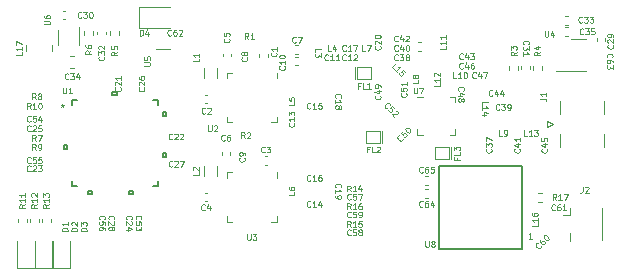
<source format=gbr>
%TF.GenerationSoftware,KiCad,Pcbnew,(5.99.0-6542-g16b0689841)*%
%TF.CreationDate,2021-01-03T15:15:32-08:00*%
%TF.ProjectId,SX1303,53583133-3033-42e6-9b69-6361645f7063,rev?*%
%TF.SameCoordinates,Original*%
%TF.FileFunction,Legend,Top*%
%TF.FilePolarity,Positive*%
%FSLAX46Y46*%
G04 Gerber Fmt 4.6, Leading zero omitted, Abs format (unit mm)*
G04 Created by KiCad (PCBNEW (5.99.0-6542-g16b0689841)) date 2021-01-03 15:15:32*
%MOMM*%
%LPD*%
G01*
G04 APERTURE LIST*
%ADD10C,0.125000*%
%ADD11C,0.015000*%
%ADD12C,0.120000*%
%ADD13C,0.152400*%
%ADD14C,0.127000*%
G04 APERTURE END LIST*
D10*
%TO.C,C42*%
X135778571Y-58978571D02*
X135754761Y-59002380D01*
X135683333Y-59026190D01*
X135635714Y-59026190D01*
X135564285Y-59002380D01*
X135516666Y-58954761D01*
X135492857Y-58907142D01*
X135469047Y-58811904D01*
X135469047Y-58740476D01*
X135492857Y-58645238D01*
X135516666Y-58597619D01*
X135564285Y-58550000D01*
X135635714Y-58526190D01*
X135683333Y-58526190D01*
X135754761Y-58550000D01*
X135778571Y-58573809D01*
X136207142Y-58692857D02*
X136207142Y-59026190D01*
X136088095Y-58502380D02*
X135969047Y-58859523D01*
X136278571Y-58859523D01*
X136445238Y-58573809D02*
X136469047Y-58550000D01*
X136516666Y-58526190D01*
X136635714Y-58526190D01*
X136683333Y-58550000D01*
X136707142Y-58573809D01*
X136730952Y-58621428D01*
X136730952Y-58669047D01*
X136707142Y-58740476D01*
X136421428Y-59026190D01*
X136730952Y-59026190D01*
%TO.C,U1*%
X107419047Y-62926190D02*
X107419047Y-63330952D01*
X107442857Y-63378571D01*
X107466666Y-63402380D01*
X107514285Y-63426190D01*
X107609523Y-63426190D01*
X107657142Y-63402380D01*
X107680952Y-63378571D01*
X107704761Y-63330952D01*
X107704761Y-62926190D01*
X108204761Y-63426190D02*
X107919047Y-63426190D01*
X108061904Y-63426190D02*
X108061904Y-62926190D01*
X108014285Y-62997619D01*
X107966666Y-63045238D01*
X107919047Y-63069047D01*
X107355000Y-64351189D02*
X107355000Y-64470237D01*
X107235952Y-64422618D02*
X107355000Y-64470237D01*
X107474047Y-64422618D01*
X107283571Y-64565475D02*
X107355000Y-64470237D01*
X107426428Y-64565475D01*
X107355000Y-64351189D02*
X107355000Y-64470237D01*
X107235952Y-64422618D02*
X107355000Y-64470237D01*
X107474047Y-64422618D01*
X107283571Y-64565475D02*
X107355000Y-64470237D01*
X107426428Y-64565475D01*
%TO.C,C35*%
X151478571Y-58378571D02*
X151454761Y-58402380D01*
X151383333Y-58426190D01*
X151335714Y-58426190D01*
X151264285Y-58402380D01*
X151216666Y-58354761D01*
X151192857Y-58307142D01*
X151169047Y-58211904D01*
X151169047Y-58140476D01*
X151192857Y-58045238D01*
X151216666Y-57997619D01*
X151264285Y-57950000D01*
X151335714Y-57926190D01*
X151383333Y-57926190D01*
X151454761Y-57950000D01*
X151478571Y-57973809D01*
X151645238Y-57926190D02*
X151954761Y-57926190D01*
X151788095Y-58116666D01*
X151859523Y-58116666D01*
X151907142Y-58140476D01*
X151930952Y-58164285D01*
X151954761Y-58211904D01*
X151954761Y-58330952D01*
X151930952Y-58378571D01*
X151907142Y-58402380D01*
X151859523Y-58426190D01*
X151716666Y-58426190D01*
X151669047Y-58402380D01*
X151645238Y-58378571D01*
X152407142Y-57926190D02*
X152169047Y-57926190D01*
X152145238Y-58164285D01*
X152169047Y-58140476D01*
X152216666Y-58116666D01*
X152335714Y-58116666D01*
X152383333Y-58140476D01*
X152407142Y-58164285D01*
X152430952Y-58211904D01*
X152430952Y-58330952D01*
X152407142Y-58378571D01*
X152383333Y-58402380D01*
X152335714Y-58426190D01*
X152216666Y-58426190D01*
X152169047Y-58402380D01*
X152145238Y-58378571D01*
%TO.C,D1*%
X107826190Y-75069047D02*
X107326190Y-75069047D01*
X107326190Y-74950000D01*
X107350000Y-74878571D01*
X107397619Y-74830952D01*
X107445238Y-74807142D01*
X107540476Y-74783333D01*
X107611904Y-74783333D01*
X107707142Y-74807142D01*
X107754761Y-74830952D01*
X107802380Y-74878571D01*
X107826190Y-74950000D01*
X107826190Y-75069047D01*
X107826190Y-74307142D02*
X107826190Y-74592857D01*
X107826190Y-74450000D02*
X107326190Y-74450000D01*
X107397619Y-74497619D01*
X107445238Y-74545238D01*
X107469047Y-74592857D01*
%TO.C,C2*%
X119466666Y-65078571D02*
X119442857Y-65102380D01*
X119371428Y-65126190D01*
X119323809Y-65126190D01*
X119252380Y-65102380D01*
X119204761Y-65054761D01*
X119180952Y-65007142D01*
X119157142Y-64911904D01*
X119157142Y-64840476D01*
X119180952Y-64745238D01*
X119204761Y-64697619D01*
X119252380Y-64650000D01*
X119323809Y-64626190D01*
X119371428Y-64626190D01*
X119442857Y-64650000D01*
X119466666Y-64673809D01*
X119657142Y-64673809D02*
X119680952Y-64650000D01*
X119728571Y-64626190D01*
X119847619Y-64626190D01*
X119895238Y-64650000D01*
X119919047Y-64673809D01*
X119942857Y-64721428D01*
X119942857Y-64769047D01*
X119919047Y-64840476D01*
X119633333Y-65126190D01*
X119942857Y-65126190D01*
%TO.C,L5*%
X127026190Y-64183333D02*
X127026190Y-64421428D01*
X126526190Y-64421428D01*
X126526190Y-63778571D02*
X126526190Y-64016666D01*
X126764285Y-64040476D01*
X126740476Y-64016666D01*
X126716666Y-63969047D01*
X126716666Y-63850000D01*
X126740476Y-63802380D01*
X126764285Y-63778571D01*
X126811904Y-63754761D01*
X126930952Y-63754761D01*
X126978571Y-63778571D01*
X127002380Y-63802380D01*
X127026190Y-63850000D01*
X127026190Y-63969047D01*
X127002380Y-64016666D01*
X126978571Y-64040476D01*
%TO.C,L1*%
X118926190Y-60483333D02*
X118926190Y-60721428D01*
X118426190Y-60721428D01*
X118926190Y-60054761D02*
X118926190Y-60340476D01*
X118926190Y-60197619D02*
X118426190Y-60197619D01*
X118497619Y-60245238D01*
X118545238Y-60292857D01*
X118569047Y-60340476D01*
%TO.C,U8*%
X138119047Y-75926190D02*
X138119047Y-76330952D01*
X138142857Y-76378571D01*
X138166666Y-76402380D01*
X138214285Y-76426190D01*
X138309523Y-76426190D01*
X138357142Y-76402380D01*
X138380952Y-76378571D01*
X138404761Y-76330952D01*
X138404761Y-75926190D01*
X138714285Y-76140476D02*
X138666666Y-76116666D01*
X138642857Y-76092857D01*
X138619047Y-76045238D01*
X138619047Y-76021428D01*
X138642857Y-75973809D01*
X138666666Y-75950000D01*
X138714285Y-75926190D01*
X138809523Y-75926190D01*
X138857142Y-75950000D01*
X138880952Y-75973809D01*
X138904761Y-76021428D01*
X138904761Y-76045238D01*
X138880952Y-76092857D01*
X138857142Y-76116666D01*
X138809523Y-76140476D01*
X138714285Y-76140476D01*
X138666666Y-76164285D01*
X138642857Y-76188095D01*
X138619047Y-76235714D01*
X138619047Y-76330952D01*
X138642857Y-76378571D01*
X138666666Y-76402380D01*
X138714285Y-76426190D01*
X138809523Y-76426190D01*
X138857142Y-76402380D01*
X138880952Y-76378571D01*
X138904761Y-76330952D01*
X138904761Y-76235714D01*
X138880952Y-76188095D01*
X138857142Y-76164285D01*
X138809523Y-76140476D01*
D11*
X147142857Y-75726190D02*
X146857142Y-75726190D01*
X147000000Y-75726190D02*
X147000000Y-75226190D01*
X146952380Y-75297619D01*
X146904761Y-75345238D01*
X146857142Y-75369047D01*
D10*
%TO.C,C16*%
X128378571Y-70778571D02*
X128354761Y-70802380D01*
X128283333Y-70826190D01*
X128235714Y-70826190D01*
X128164285Y-70802380D01*
X128116666Y-70754761D01*
X128092857Y-70707142D01*
X128069047Y-70611904D01*
X128069047Y-70540476D01*
X128092857Y-70445238D01*
X128116666Y-70397619D01*
X128164285Y-70350000D01*
X128235714Y-70326190D01*
X128283333Y-70326190D01*
X128354761Y-70350000D01*
X128378571Y-70373809D01*
X128854761Y-70826190D02*
X128569047Y-70826190D01*
X128711904Y-70826190D02*
X128711904Y-70326190D01*
X128664285Y-70397619D01*
X128616666Y-70445238D01*
X128569047Y-70469047D01*
X129283333Y-70326190D02*
X129188095Y-70326190D01*
X129140476Y-70350000D01*
X129116666Y-70373809D01*
X129069047Y-70445238D01*
X129045238Y-70540476D01*
X129045238Y-70730952D01*
X129069047Y-70778571D01*
X129092857Y-70802380D01*
X129140476Y-70826190D01*
X129235714Y-70826190D01*
X129283333Y-70802380D01*
X129307142Y-70778571D01*
X129330952Y-70730952D01*
X129330952Y-70611904D01*
X129307142Y-70564285D01*
X129283333Y-70540476D01*
X129235714Y-70516666D01*
X129140476Y-70516666D01*
X129092857Y-70540476D01*
X129069047Y-70564285D01*
X129045238Y-70611904D01*
%TO.C,R4*%
X147826190Y-59883333D02*
X147588095Y-60050000D01*
X147826190Y-60169047D02*
X147326190Y-60169047D01*
X147326190Y-59978571D01*
X147350000Y-59930952D01*
X147373809Y-59907142D01*
X147421428Y-59883333D01*
X147492857Y-59883333D01*
X147540476Y-59907142D01*
X147564285Y-59930952D01*
X147588095Y-59978571D01*
X147588095Y-60169047D01*
X147492857Y-59454761D02*
X147826190Y-59454761D01*
X147302380Y-59573809D02*
X147659523Y-59692857D01*
X147659523Y-59383333D01*
%TO.C,L15*%
X135412774Y-61332656D02*
X135244416Y-61164297D01*
X135597969Y-60810744D01*
X135715820Y-61635702D02*
X135513790Y-61433671D01*
X135614805Y-61534687D02*
X135968358Y-61181133D01*
X135884179Y-61197969D01*
X135816835Y-61197969D01*
X135766328Y-61181133D01*
X136389255Y-61602030D02*
X136220896Y-61433671D01*
X136035702Y-61585194D01*
X136069374Y-61585194D01*
X136119881Y-61602030D01*
X136204061Y-61686209D01*
X136220896Y-61736717D01*
X136220896Y-61770389D01*
X136204061Y-61820896D01*
X136119881Y-61905076D01*
X136069374Y-61921912D01*
X136035702Y-61921912D01*
X135985194Y-61905076D01*
X135901015Y-61820896D01*
X135884179Y-61770389D01*
X135884179Y-61736717D01*
%TO.C,C50*%
X136198984Y-67253553D02*
X136198984Y-67287225D01*
X136165312Y-67354568D01*
X136131641Y-67388240D01*
X136064297Y-67421912D01*
X135996954Y-67421912D01*
X135946446Y-67405076D01*
X135862267Y-67354568D01*
X135811759Y-67304061D01*
X135761251Y-67219881D01*
X135744416Y-67169374D01*
X135744416Y-67102030D01*
X135778087Y-67034687D01*
X135811759Y-67001015D01*
X135879103Y-66967343D01*
X135912774Y-66967343D01*
X136198984Y-66613790D02*
X136030625Y-66782148D01*
X136182148Y-66967343D01*
X136182148Y-66933671D01*
X136198984Y-66883164D01*
X136283164Y-66798984D01*
X136333671Y-66782148D01*
X136367343Y-66782148D01*
X136417851Y-66798984D01*
X136502030Y-66883164D01*
X136518866Y-66933671D01*
X136518866Y-66967343D01*
X136502030Y-67017851D01*
X136417851Y-67102030D01*
X136367343Y-67118866D01*
X136333671Y-67118866D01*
X136434687Y-66378087D02*
X136468358Y-66344416D01*
X136518866Y-66327580D01*
X136552538Y-66327580D01*
X136603045Y-66344416D01*
X136687225Y-66394923D01*
X136771404Y-66479103D01*
X136821912Y-66563282D01*
X136838748Y-66613790D01*
X136838748Y-66647461D01*
X136821912Y-66697969D01*
X136788240Y-66731641D01*
X136737732Y-66748477D01*
X136704061Y-66748477D01*
X136653553Y-66731641D01*
X136569374Y-66681133D01*
X136485194Y-66596954D01*
X136434687Y-66512774D01*
X136417851Y-66462267D01*
X136417851Y-66428595D01*
X136434687Y-66378087D01*
%TO.C,C53*%
X113621428Y-74078571D02*
X113597619Y-74054761D01*
X113573809Y-73983333D01*
X113573809Y-73935714D01*
X113597619Y-73864285D01*
X113645238Y-73816666D01*
X113692857Y-73792857D01*
X113788095Y-73769047D01*
X113859523Y-73769047D01*
X113954761Y-73792857D01*
X114002380Y-73816666D01*
X114050000Y-73864285D01*
X114073809Y-73935714D01*
X114073809Y-73983333D01*
X114050000Y-74054761D01*
X114026190Y-74078571D01*
X114073809Y-74530952D02*
X114073809Y-74292857D01*
X113835714Y-74269047D01*
X113859523Y-74292857D01*
X113883333Y-74340476D01*
X113883333Y-74459523D01*
X113859523Y-74507142D01*
X113835714Y-74530952D01*
X113788095Y-74554761D01*
X113669047Y-74554761D01*
X113621428Y-74530952D01*
X113597619Y-74507142D01*
X113573809Y-74459523D01*
X113573809Y-74340476D01*
X113597619Y-74292857D01*
X113621428Y-74269047D01*
X114073809Y-74721428D02*
X114073809Y-75030952D01*
X113883333Y-74864285D01*
X113883333Y-74935714D01*
X113859523Y-74983333D01*
X113835714Y-75007142D01*
X113788095Y-75030952D01*
X113669047Y-75030952D01*
X113621428Y-75007142D01*
X113597619Y-74983333D01*
X113573809Y-74935714D01*
X113573809Y-74792857D01*
X113597619Y-74745238D01*
X113621428Y-74721428D01*
%TO.C,R10*%
X104678571Y-64726190D02*
X104511904Y-64488095D01*
X104392857Y-64726190D02*
X104392857Y-64226190D01*
X104583333Y-64226190D01*
X104630952Y-64250000D01*
X104654761Y-64273809D01*
X104678571Y-64321428D01*
X104678571Y-64392857D01*
X104654761Y-64440476D01*
X104630952Y-64464285D01*
X104583333Y-64488095D01*
X104392857Y-64488095D01*
X105154761Y-64726190D02*
X104869047Y-64726190D01*
X105011904Y-64726190D02*
X105011904Y-64226190D01*
X104964285Y-64297619D01*
X104916666Y-64345238D01*
X104869047Y-64369047D01*
X105464285Y-64226190D02*
X105511904Y-64226190D01*
X105559523Y-64250000D01*
X105583333Y-64273809D01*
X105607142Y-64321428D01*
X105630952Y-64416666D01*
X105630952Y-64535714D01*
X105607142Y-64630952D01*
X105583333Y-64678571D01*
X105559523Y-64702380D01*
X105511904Y-64726190D01*
X105464285Y-64726190D01*
X105416666Y-64702380D01*
X105392857Y-64678571D01*
X105369047Y-64630952D01*
X105345238Y-64535714D01*
X105345238Y-64416666D01*
X105369047Y-64321428D01*
X105392857Y-64273809D01*
X105416666Y-64250000D01*
X105464285Y-64226190D01*
%TO.C,C28*%
X111321428Y-74078571D02*
X111297619Y-74054761D01*
X111273809Y-73983333D01*
X111273809Y-73935714D01*
X111297619Y-73864285D01*
X111345238Y-73816666D01*
X111392857Y-73792857D01*
X111488095Y-73769047D01*
X111559523Y-73769047D01*
X111654761Y-73792857D01*
X111702380Y-73816666D01*
X111750000Y-73864285D01*
X111773809Y-73935714D01*
X111773809Y-73983333D01*
X111750000Y-74054761D01*
X111726190Y-74078571D01*
X111726190Y-74269047D02*
X111750000Y-74292857D01*
X111773809Y-74340476D01*
X111773809Y-74459523D01*
X111750000Y-74507142D01*
X111726190Y-74530952D01*
X111678571Y-74554761D01*
X111630952Y-74554761D01*
X111559523Y-74530952D01*
X111273809Y-74245238D01*
X111273809Y-74554761D01*
X111559523Y-74840476D02*
X111583333Y-74792857D01*
X111607142Y-74769047D01*
X111654761Y-74745238D01*
X111678571Y-74745238D01*
X111726190Y-74769047D01*
X111750000Y-74792857D01*
X111773809Y-74840476D01*
X111773809Y-74935714D01*
X111750000Y-74983333D01*
X111726190Y-75007142D01*
X111678571Y-75030952D01*
X111654761Y-75030952D01*
X111607142Y-75007142D01*
X111583333Y-74983333D01*
X111559523Y-74935714D01*
X111559523Y-74840476D01*
X111535714Y-74792857D01*
X111511904Y-74769047D01*
X111464285Y-74745238D01*
X111369047Y-74745238D01*
X111321428Y-74769047D01*
X111297619Y-74792857D01*
X111273809Y-74840476D01*
X111273809Y-74935714D01*
X111297619Y-74983333D01*
X111321428Y-75007142D01*
X111369047Y-75030952D01*
X111464285Y-75030952D01*
X111511904Y-75007142D01*
X111535714Y-74983333D01*
X111559523Y-74935714D01*
%TO.C,FL2*%
X133330952Y-68164285D02*
X133164285Y-68164285D01*
X133164285Y-68426190D02*
X133164285Y-67926190D01*
X133402380Y-67926190D01*
X133830952Y-68426190D02*
X133592857Y-68426190D01*
X133592857Y-67926190D01*
X133973809Y-67973809D02*
X133997619Y-67950000D01*
X134045238Y-67926190D01*
X134164285Y-67926190D01*
X134211904Y-67950000D01*
X134235714Y-67973809D01*
X134259523Y-68021428D01*
X134259523Y-68069047D01*
X134235714Y-68140476D01*
X133950000Y-68426190D01*
X134259523Y-68426190D01*
%TO.C,C3*%
X124516666Y-68378571D02*
X124492857Y-68402380D01*
X124421428Y-68426190D01*
X124373809Y-68426190D01*
X124302380Y-68402380D01*
X124254761Y-68354761D01*
X124230952Y-68307142D01*
X124207142Y-68211904D01*
X124207142Y-68140476D01*
X124230952Y-68045238D01*
X124254761Y-67997619D01*
X124302380Y-67950000D01*
X124373809Y-67926190D01*
X124421428Y-67926190D01*
X124492857Y-67950000D01*
X124516666Y-67973809D01*
X124683333Y-67926190D02*
X124992857Y-67926190D01*
X124826190Y-68116666D01*
X124897619Y-68116666D01*
X124945238Y-68140476D01*
X124969047Y-68164285D01*
X124992857Y-68211904D01*
X124992857Y-68330952D01*
X124969047Y-68378571D01*
X124945238Y-68402380D01*
X124897619Y-68426190D01*
X124754761Y-68426190D01*
X124707142Y-68402380D01*
X124683333Y-68378571D01*
%TO.C,R12*%
X105226190Y-72821428D02*
X104988095Y-72988095D01*
X105226190Y-73107142D02*
X104726190Y-73107142D01*
X104726190Y-72916666D01*
X104750000Y-72869047D01*
X104773809Y-72845238D01*
X104821428Y-72821428D01*
X104892857Y-72821428D01*
X104940476Y-72845238D01*
X104964285Y-72869047D01*
X104988095Y-72916666D01*
X104988095Y-73107142D01*
X105226190Y-72345238D02*
X105226190Y-72630952D01*
X105226190Y-72488095D02*
X104726190Y-72488095D01*
X104797619Y-72535714D01*
X104845238Y-72583333D01*
X104869047Y-72630952D01*
X104773809Y-72154761D02*
X104750000Y-72130952D01*
X104726190Y-72083333D01*
X104726190Y-71964285D01*
X104750000Y-71916666D01*
X104773809Y-71892857D01*
X104821428Y-71869047D01*
X104869047Y-71869047D01*
X104940476Y-71892857D01*
X105226190Y-72178571D01*
X105226190Y-71869047D01*
%TO.C,R5*%
X112026190Y-59883333D02*
X111788095Y-60050000D01*
X112026190Y-60169047D02*
X111526190Y-60169047D01*
X111526190Y-59978571D01*
X111550000Y-59930952D01*
X111573809Y-59907142D01*
X111621428Y-59883333D01*
X111692857Y-59883333D01*
X111740476Y-59907142D01*
X111764285Y-59930952D01*
X111788095Y-59978571D01*
X111788095Y-60169047D01*
X111526190Y-59430952D02*
X111526190Y-59669047D01*
X111764285Y-59692857D01*
X111740476Y-59669047D01*
X111716666Y-59621428D01*
X111716666Y-59502380D01*
X111740476Y-59454761D01*
X111764285Y-59430952D01*
X111811904Y-59407142D01*
X111930952Y-59407142D01*
X111978571Y-59430952D01*
X112002380Y-59454761D01*
X112026190Y-59502380D01*
X112026190Y-59621428D01*
X112002380Y-59669047D01*
X111978571Y-59692857D01*
%TO.C,C30*%
X108978571Y-56978571D02*
X108954761Y-57002380D01*
X108883333Y-57026190D01*
X108835714Y-57026190D01*
X108764285Y-57002380D01*
X108716666Y-56954761D01*
X108692857Y-56907142D01*
X108669047Y-56811904D01*
X108669047Y-56740476D01*
X108692857Y-56645238D01*
X108716666Y-56597619D01*
X108764285Y-56550000D01*
X108835714Y-56526190D01*
X108883333Y-56526190D01*
X108954761Y-56550000D01*
X108978571Y-56573809D01*
X109145238Y-56526190D02*
X109454761Y-56526190D01*
X109288095Y-56716666D01*
X109359523Y-56716666D01*
X109407142Y-56740476D01*
X109430952Y-56764285D01*
X109454761Y-56811904D01*
X109454761Y-56930952D01*
X109430952Y-56978571D01*
X109407142Y-57002380D01*
X109359523Y-57026190D01*
X109216666Y-57026190D01*
X109169047Y-57002380D01*
X109145238Y-56978571D01*
X109764285Y-56526190D02*
X109811904Y-56526190D01*
X109859523Y-56550000D01*
X109883333Y-56573809D01*
X109907142Y-56621428D01*
X109930952Y-56716666D01*
X109930952Y-56835714D01*
X109907142Y-56930952D01*
X109883333Y-56978571D01*
X109859523Y-57002380D01*
X109811904Y-57026190D01*
X109764285Y-57026190D01*
X109716666Y-57002380D01*
X109692857Y-56978571D01*
X109669047Y-56930952D01*
X109645238Y-56835714D01*
X109645238Y-56716666D01*
X109669047Y-56621428D01*
X109692857Y-56573809D01*
X109716666Y-56550000D01*
X109764285Y-56526190D01*
%TO.C,C12*%
X131378571Y-60578571D02*
X131354761Y-60602380D01*
X131283333Y-60626190D01*
X131235714Y-60626190D01*
X131164285Y-60602380D01*
X131116666Y-60554761D01*
X131092857Y-60507142D01*
X131069047Y-60411904D01*
X131069047Y-60340476D01*
X131092857Y-60245238D01*
X131116666Y-60197619D01*
X131164285Y-60150000D01*
X131235714Y-60126190D01*
X131283333Y-60126190D01*
X131354761Y-60150000D01*
X131378571Y-60173809D01*
X131854761Y-60626190D02*
X131569047Y-60626190D01*
X131711904Y-60626190D02*
X131711904Y-60126190D01*
X131664285Y-60197619D01*
X131616666Y-60245238D01*
X131569047Y-60269047D01*
X132045238Y-60173809D02*
X132069047Y-60150000D01*
X132116666Y-60126190D01*
X132235714Y-60126190D01*
X132283333Y-60150000D01*
X132307142Y-60173809D01*
X132330952Y-60221428D01*
X132330952Y-60269047D01*
X132307142Y-60340476D01*
X132021428Y-60626190D01*
X132330952Y-60626190D01*
%TO.C,C39*%
X144378571Y-64778571D02*
X144354761Y-64802380D01*
X144283333Y-64826190D01*
X144235714Y-64826190D01*
X144164285Y-64802380D01*
X144116666Y-64754761D01*
X144092857Y-64707142D01*
X144069047Y-64611904D01*
X144069047Y-64540476D01*
X144092857Y-64445238D01*
X144116666Y-64397619D01*
X144164285Y-64350000D01*
X144235714Y-64326190D01*
X144283333Y-64326190D01*
X144354761Y-64350000D01*
X144378571Y-64373809D01*
X144545238Y-64326190D02*
X144854761Y-64326190D01*
X144688095Y-64516666D01*
X144759523Y-64516666D01*
X144807142Y-64540476D01*
X144830952Y-64564285D01*
X144854761Y-64611904D01*
X144854761Y-64730952D01*
X144830952Y-64778571D01*
X144807142Y-64802380D01*
X144759523Y-64826190D01*
X144616666Y-64826190D01*
X144569047Y-64802380D01*
X144545238Y-64778571D01*
X145092857Y-64826190D02*
X145188095Y-64826190D01*
X145235714Y-64802380D01*
X145259523Y-64778571D01*
X145307142Y-64707142D01*
X145330952Y-64611904D01*
X145330952Y-64421428D01*
X145307142Y-64373809D01*
X145283333Y-64350000D01*
X145235714Y-64326190D01*
X145140476Y-64326190D01*
X145092857Y-64350000D01*
X145069047Y-64373809D01*
X145045238Y-64421428D01*
X145045238Y-64540476D01*
X145069047Y-64588095D01*
X145092857Y-64611904D01*
X145140476Y-64635714D01*
X145235714Y-64635714D01*
X145283333Y-64611904D01*
X145307142Y-64588095D01*
X145330952Y-64540476D01*
%TO.C,C65*%
X137878571Y-70078571D02*
X137854761Y-70102380D01*
X137783333Y-70126190D01*
X137735714Y-70126190D01*
X137664285Y-70102380D01*
X137616666Y-70054761D01*
X137592857Y-70007142D01*
X137569047Y-69911904D01*
X137569047Y-69840476D01*
X137592857Y-69745238D01*
X137616666Y-69697619D01*
X137664285Y-69650000D01*
X137735714Y-69626190D01*
X137783333Y-69626190D01*
X137854761Y-69650000D01*
X137878571Y-69673809D01*
X138307142Y-69626190D02*
X138211904Y-69626190D01*
X138164285Y-69650000D01*
X138140476Y-69673809D01*
X138092857Y-69745238D01*
X138069047Y-69840476D01*
X138069047Y-70030952D01*
X138092857Y-70078571D01*
X138116666Y-70102380D01*
X138164285Y-70126190D01*
X138259523Y-70126190D01*
X138307142Y-70102380D01*
X138330952Y-70078571D01*
X138354761Y-70030952D01*
X138354761Y-69911904D01*
X138330952Y-69864285D01*
X138307142Y-69840476D01*
X138259523Y-69816666D01*
X138164285Y-69816666D01*
X138116666Y-69840476D01*
X138092857Y-69864285D01*
X138069047Y-69911904D01*
X138807142Y-69626190D02*
X138569047Y-69626190D01*
X138545238Y-69864285D01*
X138569047Y-69840476D01*
X138616666Y-69816666D01*
X138735714Y-69816666D01*
X138783333Y-69840476D01*
X138807142Y-69864285D01*
X138830952Y-69911904D01*
X138830952Y-70030952D01*
X138807142Y-70078571D01*
X138783333Y-70102380D01*
X138735714Y-70126190D01*
X138616666Y-70126190D01*
X138569047Y-70102380D01*
X138545238Y-70078571D01*
%TO.C,C40*%
X135778571Y-59778571D02*
X135754761Y-59802380D01*
X135683333Y-59826190D01*
X135635714Y-59826190D01*
X135564285Y-59802380D01*
X135516666Y-59754761D01*
X135492857Y-59707142D01*
X135469047Y-59611904D01*
X135469047Y-59540476D01*
X135492857Y-59445238D01*
X135516666Y-59397619D01*
X135564285Y-59350000D01*
X135635714Y-59326190D01*
X135683333Y-59326190D01*
X135754761Y-59350000D01*
X135778571Y-59373809D01*
X136207142Y-59492857D02*
X136207142Y-59826190D01*
X136088095Y-59302380D02*
X135969047Y-59659523D01*
X136278571Y-59659523D01*
X136564285Y-59326190D02*
X136611904Y-59326190D01*
X136659523Y-59350000D01*
X136683333Y-59373809D01*
X136707142Y-59421428D01*
X136730952Y-59516666D01*
X136730952Y-59635714D01*
X136707142Y-59730952D01*
X136683333Y-59778571D01*
X136659523Y-59802380D01*
X136611904Y-59826190D01*
X136564285Y-59826190D01*
X136516666Y-59802380D01*
X136492857Y-59778571D01*
X136469047Y-59730952D01*
X136445238Y-59635714D01*
X136445238Y-59516666D01*
X136469047Y-59421428D01*
X136492857Y-59373809D01*
X136516666Y-59350000D01*
X136564285Y-59326190D01*
%TO.C,C5*%
X121478571Y-58783333D02*
X121502380Y-58807142D01*
X121526190Y-58878571D01*
X121526190Y-58926190D01*
X121502380Y-58997619D01*
X121454761Y-59045238D01*
X121407142Y-59069047D01*
X121311904Y-59092857D01*
X121240476Y-59092857D01*
X121145238Y-59069047D01*
X121097619Y-59045238D01*
X121050000Y-58997619D01*
X121026190Y-58926190D01*
X121026190Y-58878571D01*
X121050000Y-58807142D01*
X121073809Y-58783333D01*
X121026190Y-58330952D02*
X121026190Y-58569047D01*
X121264285Y-58592857D01*
X121240476Y-58569047D01*
X121216666Y-58521428D01*
X121216666Y-58402380D01*
X121240476Y-58354761D01*
X121264285Y-58330952D01*
X121311904Y-58307142D01*
X121430952Y-58307142D01*
X121478571Y-58330952D01*
X121502380Y-58354761D01*
X121526190Y-58402380D01*
X121526190Y-58521428D01*
X121502380Y-58569047D01*
X121478571Y-58592857D01*
%TO.C,C46*%
X141278571Y-61278571D02*
X141254761Y-61302380D01*
X141183333Y-61326190D01*
X141135714Y-61326190D01*
X141064285Y-61302380D01*
X141016666Y-61254761D01*
X140992857Y-61207142D01*
X140969047Y-61111904D01*
X140969047Y-61040476D01*
X140992857Y-60945238D01*
X141016666Y-60897619D01*
X141064285Y-60850000D01*
X141135714Y-60826190D01*
X141183333Y-60826190D01*
X141254761Y-60850000D01*
X141278571Y-60873809D01*
X141707142Y-60992857D02*
X141707142Y-61326190D01*
X141588095Y-60802380D02*
X141469047Y-61159523D01*
X141778571Y-61159523D01*
X142183333Y-60826190D02*
X142088095Y-60826190D01*
X142040476Y-60850000D01*
X142016666Y-60873809D01*
X141969047Y-60945238D01*
X141945238Y-61040476D01*
X141945238Y-61230952D01*
X141969047Y-61278571D01*
X141992857Y-61302380D01*
X142040476Y-61326190D01*
X142135714Y-61326190D01*
X142183333Y-61302380D01*
X142207142Y-61278571D01*
X142230952Y-61230952D01*
X142230952Y-61111904D01*
X142207142Y-61064285D01*
X142183333Y-61040476D01*
X142135714Y-61016666D01*
X142040476Y-61016666D01*
X141992857Y-61040476D01*
X141969047Y-61064285D01*
X141945238Y-61111904D01*
%TO.C,J1*%
X147826190Y-63866666D02*
X148183333Y-63866666D01*
X148254761Y-63890476D01*
X148302380Y-63938095D01*
X148326190Y-64009523D01*
X148326190Y-64057142D01*
X148326190Y-63366666D02*
X148326190Y-63652380D01*
X148326190Y-63509523D02*
X147826190Y-63509523D01*
X147897619Y-63557142D01*
X147945238Y-63604761D01*
X147969047Y-63652380D01*
%TO.C,L4*%
X130116666Y-59826190D02*
X129878571Y-59826190D01*
X129878571Y-59326190D01*
X130497619Y-59492857D02*
X130497619Y-59826190D01*
X130378571Y-59302380D02*
X130259523Y-59659523D01*
X130569047Y-59659523D01*
%TO.C,C55*%
X104678571Y-69278571D02*
X104654761Y-69302380D01*
X104583333Y-69326190D01*
X104535714Y-69326190D01*
X104464285Y-69302380D01*
X104416666Y-69254761D01*
X104392857Y-69207142D01*
X104369047Y-69111904D01*
X104369047Y-69040476D01*
X104392857Y-68945238D01*
X104416666Y-68897619D01*
X104464285Y-68850000D01*
X104535714Y-68826190D01*
X104583333Y-68826190D01*
X104654761Y-68850000D01*
X104678571Y-68873809D01*
X105130952Y-68826190D02*
X104892857Y-68826190D01*
X104869047Y-69064285D01*
X104892857Y-69040476D01*
X104940476Y-69016666D01*
X105059523Y-69016666D01*
X105107142Y-69040476D01*
X105130952Y-69064285D01*
X105154761Y-69111904D01*
X105154761Y-69230952D01*
X105130952Y-69278571D01*
X105107142Y-69302380D01*
X105059523Y-69326190D01*
X104940476Y-69326190D01*
X104892857Y-69302380D01*
X104869047Y-69278571D01*
X105607142Y-68826190D02*
X105369047Y-68826190D01*
X105345238Y-69064285D01*
X105369047Y-69040476D01*
X105416666Y-69016666D01*
X105535714Y-69016666D01*
X105583333Y-69040476D01*
X105607142Y-69064285D01*
X105630952Y-69111904D01*
X105630952Y-69230952D01*
X105607142Y-69278571D01*
X105583333Y-69302380D01*
X105535714Y-69326190D01*
X105416666Y-69326190D01*
X105369047Y-69302380D01*
X105345238Y-69278571D01*
%TO.C,U6*%
X105826190Y-57580952D02*
X106230952Y-57580952D01*
X106278571Y-57557142D01*
X106302380Y-57533333D01*
X106326190Y-57485714D01*
X106326190Y-57390476D01*
X106302380Y-57342857D01*
X106278571Y-57319047D01*
X106230952Y-57295238D01*
X105826190Y-57295238D01*
X105826190Y-56842857D02*
X105826190Y-56938095D01*
X105850000Y-56985714D01*
X105873809Y-57009523D01*
X105945238Y-57057142D01*
X106040476Y-57080952D01*
X106230952Y-57080952D01*
X106278571Y-57057142D01*
X106302380Y-57033333D01*
X106326190Y-56985714D01*
X106326190Y-56890476D01*
X106302380Y-56842857D01*
X106278571Y-56819047D01*
X106230952Y-56795238D01*
X106111904Y-56795238D01*
X106064285Y-56819047D01*
X106040476Y-56842857D01*
X106016666Y-56890476D01*
X106016666Y-56985714D01*
X106040476Y-57033333D01*
X106064285Y-57057142D01*
X106111904Y-57080952D01*
%TO.C,R8*%
X105116666Y-63926190D02*
X104950000Y-63688095D01*
X104830952Y-63926190D02*
X104830952Y-63426190D01*
X105021428Y-63426190D01*
X105069047Y-63450000D01*
X105092857Y-63473809D01*
X105116666Y-63521428D01*
X105116666Y-63592857D01*
X105092857Y-63640476D01*
X105069047Y-63664285D01*
X105021428Y-63688095D01*
X104830952Y-63688095D01*
X105402380Y-63640476D02*
X105354761Y-63616666D01*
X105330952Y-63592857D01*
X105307142Y-63545238D01*
X105307142Y-63521428D01*
X105330952Y-63473809D01*
X105354761Y-63450000D01*
X105402380Y-63426190D01*
X105497619Y-63426190D01*
X105545238Y-63450000D01*
X105569047Y-63473809D01*
X105592857Y-63521428D01*
X105592857Y-63545238D01*
X105569047Y-63592857D01*
X105545238Y-63616666D01*
X105497619Y-63640476D01*
X105402380Y-63640476D01*
X105354761Y-63664285D01*
X105330952Y-63688095D01*
X105307142Y-63735714D01*
X105307142Y-63830952D01*
X105330952Y-63878571D01*
X105354761Y-63902380D01*
X105402380Y-63926190D01*
X105497619Y-63926190D01*
X105545238Y-63902380D01*
X105569047Y-63878571D01*
X105592857Y-63830952D01*
X105592857Y-63735714D01*
X105569047Y-63688095D01*
X105545238Y-63664285D01*
X105497619Y-63640476D01*
%TO.C,U3*%
X123019047Y-75326190D02*
X123019047Y-75730952D01*
X123042857Y-75778571D01*
X123066666Y-75802380D01*
X123114285Y-75826190D01*
X123209523Y-75826190D01*
X123257142Y-75802380D01*
X123280952Y-75778571D01*
X123304761Y-75730952D01*
X123304761Y-75326190D01*
X123495238Y-75326190D02*
X123804761Y-75326190D01*
X123638095Y-75516666D01*
X123709523Y-75516666D01*
X123757142Y-75540476D01*
X123780952Y-75564285D01*
X123804761Y-75611904D01*
X123804761Y-75730952D01*
X123780952Y-75778571D01*
X123757142Y-75802380D01*
X123709523Y-75826190D01*
X123566666Y-75826190D01*
X123519047Y-75802380D01*
X123495238Y-75778571D01*
%TO.C,L17*%
X103926190Y-59921428D02*
X103926190Y-60159523D01*
X103426190Y-60159523D01*
X103926190Y-59492857D02*
X103926190Y-59778571D01*
X103926190Y-59635714D02*
X103426190Y-59635714D01*
X103497619Y-59683333D01*
X103545238Y-59730952D01*
X103569047Y-59778571D01*
X103426190Y-59326190D02*
X103426190Y-58992857D01*
X103926190Y-59207142D01*
%TO.C,C6*%
X121116666Y-67378571D02*
X121092857Y-67402380D01*
X121021428Y-67426190D01*
X120973809Y-67426190D01*
X120902380Y-67402380D01*
X120854761Y-67354761D01*
X120830952Y-67307142D01*
X120807142Y-67211904D01*
X120807142Y-67140476D01*
X120830952Y-67045238D01*
X120854761Y-66997619D01*
X120902380Y-66950000D01*
X120973809Y-66926190D01*
X121021428Y-66926190D01*
X121092857Y-66950000D01*
X121116666Y-66973809D01*
X121545238Y-66926190D02*
X121450000Y-66926190D01*
X121402380Y-66950000D01*
X121378571Y-66973809D01*
X121330952Y-67045238D01*
X121307142Y-67140476D01*
X121307142Y-67330952D01*
X121330952Y-67378571D01*
X121354761Y-67402380D01*
X121402380Y-67426190D01*
X121497619Y-67426190D01*
X121545238Y-67402380D01*
X121569047Y-67378571D01*
X121592857Y-67330952D01*
X121592857Y-67211904D01*
X121569047Y-67164285D01*
X121545238Y-67140476D01*
X121497619Y-67116666D01*
X121402380Y-67116666D01*
X121354761Y-67140476D01*
X121330952Y-67164285D01*
X121307142Y-67211904D01*
%TO.C,C47*%
X142378571Y-62078571D02*
X142354761Y-62102380D01*
X142283333Y-62126190D01*
X142235714Y-62126190D01*
X142164285Y-62102380D01*
X142116666Y-62054761D01*
X142092857Y-62007142D01*
X142069047Y-61911904D01*
X142069047Y-61840476D01*
X142092857Y-61745238D01*
X142116666Y-61697619D01*
X142164285Y-61650000D01*
X142235714Y-61626190D01*
X142283333Y-61626190D01*
X142354761Y-61650000D01*
X142378571Y-61673809D01*
X142807142Y-61792857D02*
X142807142Y-62126190D01*
X142688095Y-61602380D02*
X142569047Y-61959523D01*
X142878571Y-61959523D01*
X143021428Y-61626190D02*
X143354761Y-61626190D01*
X143140476Y-62126190D01*
%TO.C,C44*%
X143778571Y-63578571D02*
X143754761Y-63602380D01*
X143683333Y-63626190D01*
X143635714Y-63626190D01*
X143564285Y-63602380D01*
X143516666Y-63554761D01*
X143492857Y-63507142D01*
X143469047Y-63411904D01*
X143469047Y-63340476D01*
X143492857Y-63245238D01*
X143516666Y-63197619D01*
X143564285Y-63150000D01*
X143635714Y-63126190D01*
X143683333Y-63126190D01*
X143754761Y-63150000D01*
X143778571Y-63173809D01*
X144207142Y-63292857D02*
X144207142Y-63626190D01*
X144088095Y-63102380D02*
X143969047Y-63459523D01*
X144278571Y-63459523D01*
X144683333Y-63292857D02*
X144683333Y-63626190D01*
X144564285Y-63102380D02*
X144445238Y-63459523D01*
X144754761Y-63459523D01*
%TO.C,C37*%
X143678571Y-68121428D02*
X143702380Y-68145238D01*
X143726190Y-68216666D01*
X143726190Y-68264285D01*
X143702380Y-68335714D01*
X143654761Y-68383333D01*
X143607142Y-68407142D01*
X143511904Y-68430952D01*
X143440476Y-68430952D01*
X143345238Y-68407142D01*
X143297619Y-68383333D01*
X143250000Y-68335714D01*
X143226190Y-68264285D01*
X143226190Y-68216666D01*
X143250000Y-68145238D01*
X143273809Y-68121428D01*
X143226190Y-67954761D02*
X143226190Y-67645238D01*
X143416666Y-67811904D01*
X143416666Y-67740476D01*
X143440476Y-67692857D01*
X143464285Y-67669047D01*
X143511904Y-67645238D01*
X143630952Y-67645238D01*
X143678571Y-67669047D01*
X143702380Y-67692857D01*
X143726190Y-67740476D01*
X143726190Y-67883333D01*
X143702380Y-67930952D01*
X143678571Y-67954761D01*
X143226190Y-67478571D02*
X143226190Y-67145238D01*
X143726190Y-67359523D01*
%TO.C,L12*%
X139326190Y-62561428D02*
X139326190Y-62799523D01*
X138826190Y-62799523D01*
X139326190Y-62132857D02*
X139326190Y-62418571D01*
X139326190Y-62275714D02*
X138826190Y-62275714D01*
X138897619Y-62323333D01*
X138945238Y-62370952D01*
X138969047Y-62418571D01*
X138873809Y-61942380D02*
X138850000Y-61918571D01*
X138826190Y-61870952D01*
X138826190Y-61751904D01*
X138850000Y-61704285D01*
X138873809Y-61680476D01*
X138921428Y-61656666D01*
X138969047Y-61656666D01*
X139040476Y-61680476D01*
X139326190Y-61966190D01*
X139326190Y-61656666D01*
%TO.C,FL1*%
X132550952Y-62764285D02*
X132384285Y-62764285D01*
X132384285Y-63026190D02*
X132384285Y-62526190D01*
X132622380Y-62526190D01*
X133050952Y-63026190D02*
X132812857Y-63026190D01*
X132812857Y-62526190D01*
X133479523Y-63026190D02*
X133193809Y-63026190D01*
X133336666Y-63026190D02*
X133336666Y-62526190D01*
X133289047Y-62597619D01*
X133241428Y-62645238D01*
X133193809Y-62669047D01*
%TO.C,C56*%
X110521428Y-74078571D02*
X110497619Y-74054761D01*
X110473809Y-73983333D01*
X110473809Y-73935714D01*
X110497619Y-73864285D01*
X110545238Y-73816666D01*
X110592857Y-73792857D01*
X110688095Y-73769047D01*
X110759523Y-73769047D01*
X110854761Y-73792857D01*
X110902380Y-73816666D01*
X110950000Y-73864285D01*
X110973809Y-73935714D01*
X110973809Y-73983333D01*
X110950000Y-74054761D01*
X110926190Y-74078571D01*
X110973809Y-74530952D02*
X110973809Y-74292857D01*
X110735714Y-74269047D01*
X110759523Y-74292857D01*
X110783333Y-74340476D01*
X110783333Y-74459523D01*
X110759523Y-74507142D01*
X110735714Y-74530952D01*
X110688095Y-74554761D01*
X110569047Y-74554761D01*
X110521428Y-74530952D01*
X110497619Y-74507142D01*
X110473809Y-74459523D01*
X110473809Y-74340476D01*
X110497619Y-74292857D01*
X110521428Y-74269047D01*
X110973809Y-74983333D02*
X110973809Y-74888095D01*
X110950000Y-74840476D01*
X110926190Y-74816666D01*
X110854761Y-74769047D01*
X110759523Y-74745238D01*
X110569047Y-74745238D01*
X110521428Y-74769047D01*
X110497619Y-74792857D01*
X110473809Y-74840476D01*
X110473809Y-74935714D01*
X110497619Y-74983333D01*
X110521428Y-75007142D01*
X110569047Y-75030952D01*
X110688095Y-75030952D01*
X110735714Y-75007142D01*
X110759523Y-74983333D01*
X110783333Y-74935714D01*
X110783333Y-74840476D01*
X110759523Y-74792857D01*
X110735714Y-74769047D01*
X110688095Y-74745238D01*
%TO.C,C7*%
X127136666Y-59078571D02*
X127112857Y-59102380D01*
X127041428Y-59126190D01*
X126993809Y-59126190D01*
X126922380Y-59102380D01*
X126874761Y-59054761D01*
X126850952Y-59007142D01*
X126827142Y-58911904D01*
X126827142Y-58840476D01*
X126850952Y-58745238D01*
X126874761Y-58697619D01*
X126922380Y-58650000D01*
X126993809Y-58626190D01*
X127041428Y-58626190D01*
X127112857Y-58650000D01*
X127136666Y-58673809D01*
X127303333Y-58626190D02*
X127636666Y-58626190D01*
X127422380Y-59126190D01*
%TO.C,C19*%
X130521428Y-71378571D02*
X130497619Y-71354761D01*
X130473809Y-71283333D01*
X130473809Y-71235714D01*
X130497619Y-71164285D01*
X130545238Y-71116666D01*
X130592857Y-71092857D01*
X130688095Y-71069047D01*
X130759523Y-71069047D01*
X130854761Y-71092857D01*
X130902380Y-71116666D01*
X130950000Y-71164285D01*
X130973809Y-71235714D01*
X130973809Y-71283333D01*
X130950000Y-71354761D01*
X130926190Y-71378571D01*
X130473809Y-71854761D02*
X130473809Y-71569047D01*
X130473809Y-71711904D02*
X130973809Y-71711904D01*
X130902380Y-71664285D01*
X130854761Y-71616666D01*
X130830952Y-71569047D01*
X130473809Y-72092857D02*
X130473809Y-72188095D01*
X130497619Y-72235714D01*
X130521428Y-72259523D01*
X130592857Y-72307142D01*
X130688095Y-72330952D01*
X130878571Y-72330952D01*
X130926190Y-72307142D01*
X130950000Y-72283333D01*
X130973809Y-72235714D01*
X130973809Y-72140476D01*
X130950000Y-72092857D01*
X130926190Y-72069047D01*
X130878571Y-72045238D01*
X130759523Y-72045238D01*
X130711904Y-72069047D01*
X130688095Y-72092857D01*
X130664285Y-72140476D01*
X130664285Y-72235714D01*
X130688095Y-72283333D01*
X130711904Y-72307142D01*
X130759523Y-72330952D01*
%TO.C,C21*%
X112278571Y-62921428D02*
X112302380Y-62945238D01*
X112326190Y-63016666D01*
X112326190Y-63064285D01*
X112302380Y-63135714D01*
X112254761Y-63183333D01*
X112207142Y-63207142D01*
X112111904Y-63230952D01*
X112040476Y-63230952D01*
X111945238Y-63207142D01*
X111897619Y-63183333D01*
X111850000Y-63135714D01*
X111826190Y-63064285D01*
X111826190Y-63016666D01*
X111850000Y-62945238D01*
X111873809Y-62921428D01*
X111873809Y-62730952D02*
X111850000Y-62707142D01*
X111826190Y-62659523D01*
X111826190Y-62540476D01*
X111850000Y-62492857D01*
X111873809Y-62469047D01*
X111921428Y-62445238D01*
X111969047Y-62445238D01*
X112040476Y-62469047D01*
X112326190Y-62754761D01*
X112326190Y-62445238D01*
X112326190Y-61969047D02*
X112326190Y-62254761D01*
X112326190Y-62111904D02*
X111826190Y-62111904D01*
X111897619Y-62159523D01*
X111945238Y-62207142D01*
X111969047Y-62254761D01*
%TO.C,C61*%
X149078571Y-73278571D02*
X149054761Y-73302380D01*
X148983333Y-73326190D01*
X148935714Y-73326190D01*
X148864285Y-73302380D01*
X148816666Y-73254761D01*
X148792857Y-73207142D01*
X148769047Y-73111904D01*
X148769047Y-73040476D01*
X148792857Y-72945238D01*
X148816666Y-72897619D01*
X148864285Y-72850000D01*
X148935714Y-72826190D01*
X148983333Y-72826190D01*
X149054761Y-72850000D01*
X149078571Y-72873809D01*
X149507142Y-72826190D02*
X149411904Y-72826190D01*
X149364285Y-72850000D01*
X149340476Y-72873809D01*
X149292857Y-72945238D01*
X149269047Y-73040476D01*
X149269047Y-73230952D01*
X149292857Y-73278571D01*
X149316666Y-73302380D01*
X149364285Y-73326190D01*
X149459523Y-73326190D01*
X149507142Y-73302380D01*
X149530952Y-73278571D01*
X149554761Y-73230952D01*
X149554761Y-73111904D01*
X149530952Y-73064285D01*
X149507142Y-73040476D01*
X149459523Y-73016666D01*
X149364285Y-73016666D01*
X149316666Y-73040476D01*
X149292857Y-73064285D01*
X149269047Y-73111904D01*
X150030952Y-73326190D02*
X149745238Y-73326190D01*
X149888095Y-73326190D02*
X149888095Y-72826190D01*
X149840476Y-72897619D01*
X149792857Y-72945238D01*
X149745238Y-72969047D01*
%TO.C,C38*%
X135778571Y-60578571D02*
X135754761Y-60602380D01*
X135683333Y-60626190D01*
X135635714Y-60626190D01*
X135564285Y-60602380D01*
X135516666Y-60554761D01*
X135492857Y-60507142D01*
X135469047Y-60411904D01*
X135469047Y-60340476D01*
X135492857Y-60245238D01*
X135516666Y-60197619D01*
X135564285Y-60150000D01*
X135635714Y-60126190D01*
X135683333Y-60126190D01*
X135754761Y-60150000D01*
X135778571Y-60173809D01*
X135945238Y-60126190D02*
X136254761Y-60126190D01*
X136088095Y-60316666D01*
X136159523Y-60316666D01*
X136207142Y-60340476D01*
X136230952Y-60364285D01*
X136254761Y-60411904D01*
X136254761Y-60530952D01*
X136230952Y-60578571D01*
X136207142Y-60602380D01*
X136159523Y-60626190D01*
X136016666Y-60626190D01*
X135969047Y-60602380D01*
X135945238Y-60578571D01*
X136540476Y-60340476D02*
X136492857Y-60316666D01*
X136469047Y-60292857D01*
X136445238Y-60245238D01*
X136445238Y-60221428D01*
X136469047Y-60173809D01*
X136492857Y-60150000D01*
X136540476Y-60126190D01*
X136635714Y-60126190D01*
X136683333Y-60150000D01*
X136707142Y-60173809D01*
X136730952Y-60221428D01*
X136730952Y-60245238D01*
X136707142Y-60292857D01*
X136683333Y-60316666D01*
X136635714Y-60340476D01*
X136540476Y-60340476D01*
X136492857Y-60364285D01*
X136469047Y-60388095D01*
X136445238Y-60435714D01*
X136445238Y-60530952D01*
X136469047Y-60578571D01*
X136492857Y-60602380D01*
X136540476Y-60626190D01*
X136635714Y-60626190D01*
X136683333Y-60602380D01*
X136707142Y-60578571D01*
X136730952Y-60530952D01*
X136730952Y-60435714D01*
X136707142Y-60388095D01*
X136683333Y-60364285D01*
X136635714Y-60340476D01*
%TO.C,L11*%
X139826190Y-59421428D02*
X139826190Y-59659523D01*
X139326190Y-59659523D01*
X139826190Y-58992857D02*
X139826190Y-59278571D01*
X139826190Y-59135714D02*
X139326190Y-59135714D01*
X139397619Y-59183333D01*
X139445238Y-59230952D01*
X139469047Y-59278571D01*
X139826190Y-58516666D02*
X139826190Y-58802380D01*
X139826190Y-58659523D02*
X139326190Y-58659523D01*
X139397619Y-58707142D01*
X139445238Y-58754761D01*
X139469047Y-58802380D01*
%TO.C,C51*%
X136478571Y-63421428D02*
X136502380Y-63445238D01*
X136526190Y-63516666D01*
X136526190Y-63564285D01*
X136502380Y-63635714D01*
X136454761Y-63683333D01*
X136407142Y-63707142D01*
X136311904Y-63730952D01*
X136240476Y-63730952D01*
X136145238Y-63707142D01*
X136097619Y-63683333D01*
X136050000Y-63635714D01*
X136026190Y-63564285D01*
X136026190Y-63516666D01*
X136050000Y-63445238D01*
X136073809Y-63421428D01*
X136026190Y-62969047D02*
X136026190Y-63207142D01*
X136264285Y-63230952D01*
X136240476Y-63207142D01*
X136216666Y-63159523D01*
X136216666Y-63040476D01*
X136240476Y-62992857D01*
X136264285Y-62969047D01*
X136311904Y-62945238D01*
X136430952Y-62945238D01*
X136478571Y-62969047D01*
X136502380Y-62992857D01*
X136526190Y-63040476D01*
X136526190Y-63159523D01*
X136502380Y-63207142D01*
X136478571Y-63230952D01*
X136526190Y-62469047D02*
X136526190Y-62754761D01*
X136526190Y-62611904D02*
X136026190Y-62611904D01*
X136097619Y-62659523D01*
X136145238Y-62707142D01*
X136169047Y-62754761D01*
%TO.C,C41*%
X146078571Y-68121428D02*
X146102380Y-68145238D01*
X146126190Y-68216666D01*
X146126190Y-68264285D01*
X146102380Y-68335714D01*
X146054761Y-68383333D01*
X146007142Y-68407142D01*
X145911904Y-68430952D01*
X145840476Y-68430952D01*
X145745238Y-68407142D01*
X145697619Y-68383333D01*
X145650000Y-68335714D01*
X145626190Y-68264285D01*
X145626190Y-68216666D01*
X145650000Y-68145238D01*
X145673809Y-68121428D01*
X145792857Y-67692857D02*
X146126190Y-67692857D01*
X145602380Y-67811904D02*
X145959523Y-67930952D01*
X145959523Y-67621428D01*
X146126190Y-67169047D02*
X146126190Y-67454761D01*
X146126190Y-67311904D02*
X145626190Y-67311904D01*
X145697619Y-67359523D01*
X145745238Y-67407142D01*
X145769047Y-67454761D01*
%TO.C,R6*%
X109826190Y-59783333D02*
X109588095Y-59950000D01*
X109826190Y-60069047D02*
X109326190Y-60069047D01*
X109326190Y-59878571D01*
X109350000Y-59830952D01*
X109373809Y-59807142D01*
X109421428Y-59783333D01*
X109492857Y-59783333D01*
X109540476Y-59807142D01*
X109564285Y-59830952D01*
X109588095Y-59878571D01*
X109588095Y-60069047D01*
X109326190Y-59354761D02*
X109326190Y-59450000D01*
X109350000Y-59497619D01*
X109373809Y-59521428D01*
X109445238Y-59569047D01*
X109540476Y-59592857D01*
X109730952Y-59592857D01*
X109778571Y-59569047D01*
X109802380Y-59545238D01*
X109826190Y-59497619D01*
X109826190Y-59402380D01*
X109802380Y-59354761D01*
X109778571Y-59330952D01*
X109730952Y-59307142D01*
X109611904Y-59307142D01*
X109564285Y-59330952D01*
X109540476Y-59354761D01*
X109516666Y-59402380D01*
X109516666Y-59497619D01*
X109540476Y-59545238D01*
X109564285Y-59569047D01*
X109611904Y-59592857D01*
%TO.C,R3*%
X145826190Y-59883333D02*
X145588095Y-60050000D01*
X145826190Y-60169047D02*
X145326190Y-60169047D01*
X145326190Y-59978571D01*
X145350000Y-59930952D01*
X145373809Y-59907142D01*
X145421428Y-59883333D01*
X145492857Y-59883333D01*
X145540476Y-59907142D01*
X145564285Y-59930952D01*
X145588095Y-59978571D01*
X145588095Y-60169047D01*
X145326190Y-59716666D02*
X145326190Y-59407142D01*
X145516666Y-59573809D01*
X145516666Y-59502380D01*
X145540476Y-59454761D01*
X145564285Y-59430952D01*
X145611904Y-59407142D01*
X145730952Y-59407142D01*
X145778571Y-59430952D01*
X145802380Y-59454761D01*
X145826190Y-59502380D01*
X145826190Y-59645238D01*
X145802380Y-59692857D01*
X145778571Y-59716666D01*
%TO.C,C29*%
X153978571Y-59321428D02*
X154002380Y-59345238D01*
X154026190Y-59416666D01*
X154026190Y-59464285D01*
X154002380Y-59535714D01*
X153954761Y-59583333D01*
X153907142Y-59607142D01*
X153811904Y-59630952D01*
X153740476Y-59630952D01*
X153645238Y-59607142D01*
X153597619Y-59583333D01*
X153550000Y-59535714D01*
X153526190Y-59464285D01*
X153526190Y-59416666D01*
X153550000Y-59345238D01*
X153573809Y-59321428D01*
X153573809Y-59130952D02*
X153550000Y-59107142D01*
X153526190Y-59059523D01*
X153526190Y-58940476D01*
X153550000Y-58892857D01*
X153573809Y-58869047D01*
X153621428Y-58845238D01*
X153669047Y-58845238D01*
X153740476Y-58869047D01*
X154026190Y-59154761D01*
X154026190Y-58845238D01*
X154026190Y-58607142D02*
X154026190Y-58511904D01*
X154002380Y-58464285D01*
X153978571Y-58440476D01*
X153907142Y-58392857D01*
X153811904Y-58369047D01*
X153621428Y-58369047D01*
X153573809Y-58392857D01*
X153550000Y-58416666D01*
X153526190Y-58464285D01*
X153526190Y-58559523D01*
X153550000Y-58607142D01*
X153573809Y-58630952D01*
X153621428Y-58654761D01*
X153740476Y-58654761D01*
X153788095Y-58630952D01*
X153811904Y-58607142D01*
X153835714Y-58559523D01*
X153835714Y-58464285D01*
X153811904Y-58416666D01*
X153788095Y-58392857D01*
X153740476Y-58369047D01*
%TO.C,C57*%
X131778571Y-72378571D02*
X131754761Y-72402380D01*
X131683333Y-72426190D01*
X131635714Y-72426190D01*
X131564285Y-72402380D01*
X131516666Y-72354761D01*
X131492857Y-72307142D01*
X131469047Y-72211904D01*
X131469047Y-72140476D01*
X131492857Y-72045238D01*
X131516666Y-71997619D01*
X131564285Y-71950000D01*
X131635714Y-71926190D01*
X131683333Y-71926190D01*
X131754761Y-71950000D01*
X131778571Y-71973809D01*
X132230952Y-71926190D02*
X131992857Y-71926190D01*
X131969047Y-72164285D01*
X131992857Y-72140476D01*
X132040476Y-72116666D01*
X132159523Y-72116666D01*
X132207142Y-72140476D01*
X132230952Y-72164285D01*
X132254761Y-72211904D01*
X132254761Y-72330952D01*
X132230952Y-72378571D01*
X132207142Y-72402380D01*
X132159523Y-72426190D01*
X132040476Y-72426190D01*
X131992857Y-72402380D01*
X131969047Y-72378571D01*
X132421428Y-71926190D02*
X132754761Y-71926190D01*
X132540476Y-72426190D01*
%TO.C,U4*%
X148219047Y-58126190D02*
X148219047Y-58530952D01*
X148242857Y-58578571D01*
X148266666Y-58602380D01*
X148314285Y-58626190D01*
X148409523Y-58626190D01*
X148457142Y-58602380D01*
X148480952Y-58578571D01*
X148504761Y-58530952D01*
X148504761Y-58126190D01*
X148957142Y-58292857D02*
X148957142Y-58626190D01*
X148838095Y-58102380D02*
X148719047Y-58459523D01*
X149028571Y-58459523D01*
%TO.C,D4*%
X113930952Y-58526190D02*
X113930952Y-58026190D01*
X114050000Y-58026190D01*
X114121428Y-58050000D01*
X114169047Y-58097619D01*
X114192857Y-58145238D01*
X114216666Y-58240476D01*
X114216666Y-58311904D01*
X114192857Y-58407142D01*
X114169047Y-58454761D01*
X114121428Y-58502380D01*
X114050000Y-58526190D01*
X113930952Y-58526190D01*
X114645238Y-58192857D02*
X114645238Y-58526190D01*
X114526190Y-58002380D02*
X114407142Y-58359523D01*
X114716666Y-58359523D01*
%TO.C,C18*%
X130521428Y-63778571D02*
X130497619Y-63754761D01*
X130473809Y-63683333D01*
X130473809Y-63635714D01*
X130497619Y-63564285D01*
X130545238Y-63516666D01*
X130592857Y-63492857D01*
X130688095Y-63469047D01*
X130759523Y-63469047D01*
X130854761Y-63492857D01*
X130902380Y-63516666D01*
X130950000Y-63564285D01*
X130973809Y-63635714D01*
X130973809Y-63683333D01*
X130950000Y-63754761D01*
X130926190Y-63778571D01*
X130473809Y-64254761D02*
X130473809Y-63969047D01*
X130473809Y-64111904D02*
X130973809Y-64111904D01*
X130902380Y-64064285D01*
X130854761Y-64016666D01*
X130830952Y-63969047D01*
X130759523Y-64540476D02*
X130783333Y-64492857D01*
X130807142Y-64469047D01*
X130854761Y-64445238D01*
X130878571Y-64445238D01*
X130926190Y-64469047D01*
X130950000Y-64492857D01*
X130973809Y-64540476D01*
X130973809Y-64635714D01*
X130950000Y-64683333D01*
X130926190Y-64707142D01*
X130878571Y-64730952D01*
X130854761Y-64730952D01*
X130807142Y-64707142D01*
X130783333Y-64683333D01*
X130759523Y-64635714D01*
X130759523Y-64540476D01*
X130735714Y-64492857D01*
X130711904Y-64469047D01*
X130664285Y-64445238D01*
X130569047Y-64445238D01*
X130521428Y-64469047D01*
X130497619Y-64492857D01*
X130473809Y-64540476D01*
X130473809Y-64635714D01*
X130497619Y-64683333D01*
X130521428Y-64707142D01*
X130569047Y-64730952D01*
X130664285Y-64730952D01*
X130711904Y-64707142D01*
X130735714Y-64683333D01*
X130759523Y-64635714D01*
%TO.C,C11*%
X129878571Y-60578571D02*
X129854761Y-60602380D01*
X129783333Y-60626190D01*
X129735714Y-60626190D01*
X129664285Y-60602380D01*
X129616666Y-60554761D01*
X129592857Y-60507142D01*
X129569047Y-60411904D01*
X129569047Y-60340476D01*
X129592857Y-60245238D01*
X129616666Y-60197619D01*
X129664285Y-60150000D01*
X129735714Y-60126190D01*
X129783333Y-60126190D01*
X129854761Y-60150000D01*
X129878571Y-60173809D01*
X130354761Y-60626190D02*
X130069047Y-60626190D01*
X130211904Y-60626190D02*
X130211904Y-60126190D01*
X130164285Y-60197619D01*
X130116666Y-60245238D01*
X130069047Y-60269047D01*
X130830952Y-60626190D02*
X130545238Y-60626190D01*
X130688095Y-60626190D02*
X130688095Y-60126190D01*
X130640476Y-60197619D01*
X130592857Y-60245238D01*
X130545238Y-60269047D01*
%TO.C,C48*%
X140921428Y-63178571D02*
X140897619Y-63154761D01*
X140873809Y-63083333D01*
X140873809Y-63035714D01*
X140897619Y-62964285D01*
X140945238Y-62916666D01*
X140992857Y-62892857D01*
X141088095Y-62869047D01*
X141159523Y-62869047D01*
X141254761Y-62892857D01*
X141302380Y-62916666D01*
X141350000Y-62964285D01*
X141373809Y-63035714D01*
X141373809Y-63083333D01*
X141350000Y-63154761D01*
X141326190Y-63178571D01*
X141207142Y-63607142D02*
X140873809Y-63607142D01*
X141397619Y-63488095D02*
X141040476Y-63369047D01*
X141040476Y-63678571D01*
X141159523Y-63940476D02*
X141183333Y-63892857D01*
X141207142Y-63869047D01*
X141254761Y-63845238D01*
X141278571Y-63845238D01*
X141326190Y-63869047D01*
X141350000Y-63892857D01*
X141373809Y-63940476D01*
X141373809Y-64035714D01*
X141350000Y-64083333D01*
X141326190Y-64107142D01*
X141278571Y-64130952D01*
X141254761Y-64130952D01*
X141207142Y-64107142D01*
X141183333Y-64083333D01*
X141159523Y-64035714D01*
X141159523Y-63940476D01*
X141135714Y-63892857D01*
X141111904Y-63869047D01*
X141064285Y-63845238D01*
X140969047Y-63845238D01*
X140921428Y-63869047D01*
X140897619Y-63892857D01*
X140873809Y-63940476D01*
X140873809Y-64035714D01*
X140897619Y-64083333D01*
X140921428Y-64107142D01*
X140969047Y-64130952D01*
X141064285Y-64130952D01*
X141111904Y-64107142D01*
X141135714Y-64083333D01*
X141159523Y-64035714D01*
%TO.C,C52*%
X134846446Y-64698983D02*
X134812774Y-64698983D01*
X134745431Y-64665311D01*
X134711759Y-64631640D01*
X134678087Y-64564296D01*
X134678087Y-64496953D01*
X134694923Y-64446445D01*
X134745431Y-64362266D01*
X134795938Y-64311758D01*
X134880118Y-64261250D01*
X134930625Y-64244415D01*
X134997969Y-64244415D01*
X135065312Y-64278086D01*
X135098984Y-64311758D01*
X135132656Y-64379102D01*
X135132656Y-64412773D01*
X135486209Y-64698983D02*
X135317851Y-64530624D01*
X135132656Y-64682147D01*
X135166328Y-64682147D01*
X135216835Y-64698983D01*
X135301015Y-64783163D01*
X135317851Y-64833670D01*
X135317851Y-64867342D01*
X135301015Y-64917850D01*
X135216835Y-65002029D01*
X135166328Y-65018865D01*
X135132656Y-65018865D01*
X135082148Y-65002029D01*
X134997969Y-64917850D01*
X134981133Y-64867342D01*
X134981133Y-64833670D01*
X135604061Y-64884178D02*
X135637732Y-64884178D01*
X135688240Y-64901014D01*
X135772419Y-64985193D01*
X135789255Y-65035701D01*
X135789255Y-65069373D01*
X135772419Y-65119880D01*
X135738748Y-65153552D01*
X135671404Y-65187224D01*
X135267343Y-65187224D01*
X135486209Y-65406090D01*
%TO.C,C63*%
X153521428Y-60378571D02*
X153497619Y-60354761D01*
X153473809Y-60283333D01*
X153473809Y-60235714D01*
X153497619Y-60164285D01*
X153545238Y-60116666D01*
X153592857Y-60092857D01*
X153688095Y-60069047D01*
X153759523Y-60069047D01*
X153854761Y-60092857D01*
X153902380Y-60116666D01*
X153950000Y-60164285D01*
X153973809Y-60235714D01*
X153973809Y-60283333D01*
X153950000Y-60354761D01*
X153926190Y-60378571D01*
X153973809Y-60807142D02*
X153973809Y-60711904D01*
X153950000Y-60664285D01*
X153926190Y-60640476D01*
X153854761Y-60592857D01*
X153759523Y-60569047D01*
X153569047Y-60569047D01*
X153521428Y-60592857D01*
X153497619Y-60616666D01*
X153473809Y-60664285D01*
X153473809Y-60759523D01*
X153497619Y-60807142D01*
X153521428Y-60830952D01*
X153569047Y-60854761D01*
X153688095Y-60854761D01*
X153735714Y-60830952D01*
X153759523Y-60807142D01*
X153783333Y-60759523D01*
X153783333Y-60664285D01*
X153759523Y-60616666D01*
X153735714Y-60592857D01*
X153688095Y-60569047D01*
X153973809Y-61021428D02*
X153973809Y-61330952D01*
X153783333Y-61164285D01*
X153783333Y-61235714D01*
X153759523Y-61283333D01*
X153735714Y-61307142D01*
X153688095Y-61330952D01*
X153569047Y-61330952D01*
X153521428Y-61307142D01*
X153497619Y-61283333D01*
X153473809Y-61235714D01*
X153473809Y-61092857D01*
X153497619Y-61045238D01*
X153521428Y-61021428D01*
%TO.C,C25*%
X104678571Y-66578571D02*
X104654761Y-66602380D01*
X104583333Y-66626190D01*
X104535714Y-66626190D01*
X104464285Y-66602380D01*
X104416666Y-66554761D01*
X104392857Y-66507142D01*
X104369047Y-66411904D01*
X104369047Y-66340476D01*
X104392857Y-66245238D01*
X104416666Y-66197619D01*
X104464285Y-66150000D01*
X104535714Y-66126190D01*
X104583333Y-66126190D01*
X104654761Y-66150000D01*
X104678571Y-66173809D01*
X104869047Y-66173809D02*
X104892857Y-66150000D01*
X104940476Y-66126190D01*
X105059523Y-66126190D01*
X105107142Y-66150000D01*
X105130952Y-66173809D01*
X105154761Y-66221428D01*
X105154761Y-66269047D01*
X105130952Y-66340476D01*
X104845238Y-66626190D01*
X105154761Y-66626190D01*
X105607142Y-66126190D02*
X105369047Y-66126190D01*
X105345238Y-66364285D01*
X105369047Y-66340476D01*
X105416666Y-66316666D01*
X105535714Y-66316666D01*
X105583333Y-66340476D01*
X105607142Y-66364285D01*
X105630952Y-66411904D01*
X105630952Y-66530952D01*
X105607142Y-66578571D01*
X105583333Y-66602380D01*
X105535714Y-66626190D01*
X105416666Y-66626190D01*
X105369047Y-66602380D01*
X105345238Y-66578571D01*
%TO.C,C49*%
X134278571Y-63621428D02*
X134302380Y-63645238D01*
X134326190Y-63716666D01*
X134326190Y-63764285D01*
X134302380Y-63835714D01*
X134254761Y-63883333D01*
X134207142Y-63907142D01*
X134111904Y-63930952D01*
X134040476Y-63930952D01*
X133945238Y-63907142D01*
X133897619Y-63883333D01*
X133850000Y-63835714D01*
X133826190Y-63764285D01*
X133826190Y-63716666D01*
X133850000Y-63645238D01*
X133873809Y-63621428D01*
X133992857Y-63192857D02*
X134326190Y-63192857D01*
X133802380Y-63311904D02*
X134159523Y-63430952D01*
X134159523Y-63121428D01*
X134326190Y-62907142D02*
X134326190Y-62811904D01*
X134302380Y-62764285D01*
X134278571Y-62740476D01*
X134207142Y-62692857D01*
X134111904Y-62669047D01*
X133921428Y-62669047D01*
X133873809Y-62692857D01*
X133850000Y-62716666D01*
X133826190Y-62764285D01*
X133826190Y-62859523D01*
X133850000Y-62907142D01*
X133873809Y-62930952D01*
X133921428Y-62954761D01*
X134040476Y-62954761D01*
X134088095Y-62930952D01*
X134111904Y-62907142D01*
X134135714Y-62859523D01*
X134135714Y-62764285D01*
X134111904Y-62716666D01*
X134088095Y-62692857D01*
X134040476Y-62669047D01*
%TO.C,R1*%
X123116666Y-58826190D02*
X122950000Y-58588095D01*
X122830952Y-58826190D02*
X122830952Y-58326190D01*
X123021428Y-58326190D01*
X123069047Y-58350000D01*
X123092857Y-58373809D01*
X123116666Y-58421428D01*
X123116666Y-58492857D01*
X123092857Y-58540476D01*
X123069047Y-58564285D01*
X123021428Y-58588095D01*
X122830952Y-58588095D01*
X123592857Y-58826190D02*
X123307142Y-58826190D01*
X123450000Y-58826190D02*
X123450000Y-58326190D01*
X123402380Y-58397619D01*
X123354761Y-58445238D01*
X123307142Y-58469047D01*
%TO.C,R13*%
X106226190Y-72821428D02*
X105988095Y-72988095D01*
X106226190Y-73107142D02*
X105726190Y-73107142D01*
X105726190Y-72916666D01*
X105750000Y-72869047D01*
X105773809Y-72845238D01*
X105821428Y-72821428D01*
X105892857Y-72821428D01*
X105940476Y-72845238D01*
X105964285Y-72869047D01*
X105988095Y-72916666D01*
X105988095Y-73107142D01*
X106226190Y-72345238D02*
X106226190Y-72630952D01*
X106226190Y-72488095D02*
X105726190Y-72488095D01*
X105797619Y-72535714D01*
X105845238Y-72583333D01*
X105869047Y-72630952D01*
X105726190Y-72178571D02*
X105726190Y-71869047D01*
X105916666Y-72035714D01*
X105916666Y-71964285D01*
X105940476Y-71916666D01*
X105964285Y-71892857D01*
X106011904Y-71869047D01*
X106130952Y-71869047D01*
X106178571Y-71892857D01*
X106202380Y-71916666D01*
X106226190Y-71964285D01*
X106226190Y-72107142D01*
X106202380Y-72154761D01*
X106178571Y-72178571D01*
%TO.C,C13*%
X126978571Y-65921428D02*
X127002380Y-65945238D01*
X127026190Y-66016666D01*
X127026190Y-66064285D01*
X127002380Y-66135714D01*
X126954761Y-66183333D01*
X126907142Y-66207142D01*
X126811904Y-66230952D01*
X126740476Y-66230952D01*
X126645238Y-66207142D01*
X126597619Y-66183333D01*
X126550000Y-66135714D01*
X126526190Y-66064285D01*
X126526190Y-66016666D01*
X126550000Y-65945238D01*
X126573809Y-65921428D01*
X127026190Y-65445238D02*
X127026190Y-65730952D01*
X127026190Y-65588095D02*
X126526190Y-65588095D01*
X126597619Y-65635714D01*
X126645238Y-65683333D01*
X126669047Y-65730952D01*
X126526190Y-65278571D02*
X126526190Y-64969047D01*
X126716666Y-65135714D01*
X126716666Y-65064285D01*
X126740476Y-65016666D01*
X126764285Y-64992857D01*
X126811904Y-64969047D01*
X126930952Y-64969047D01*
X126978571Y-64992857D01*
X127002380Y-65016666D01*
X127026190Y-65064285D01*
X127026190Y-65207142D01*
X127002380Y-65254761D01*
X126978571Y-65278571D01*
%TO.C,J2*%
X151433333Y-71326190D02*
X151433333Y-71683333D01*
X151409523Y-71754761D01*
X151361904Y-71802380D01*
X151290476Y-71826190D01*
X151242857Y-71826190D01*
X151647619Y-71373809D02*
X151671428Y-71350000D01*
X151719047Y-71326190D01*
X151838095Y-71326190D01*
X151885714Y-71350000D01*
X151909523Y-71373809D01*
X151933333Y-71421428D01*
X151933333Y-71469047D01*
X151909523Y-71540476D01*
X151623809Y-71826190D01*
X151933333Y-71826190D01*
%TO.C,R14*%
X131778571Y-71726190D02*
X131611904Y-71488095D01*
X131492857Y-71726190D02*
X131492857Y-71226190D01*
X131683333Y-71226190D01*
X131730952Y-71250000D01*
X131754761Y-71273809D01*
X131778571Y-71321428D01*
X131778571Y-71392857D01*
X131754761Y-71440476D01*
X131730952Y-71464285D01*
X131683333Y-71488095D01*
X131492857Y-71488095D01*
X132254761Y-71726190D02*
X131969047Y-71726190D01*
X132111904Y-71726190D02*
X132111904Y-71226190D01*
X132064285Y-71297619D01*
X132016666Y-71345238D01*
X131969047Y-71369047D01*
X132683333Y-71392857D02*
X132683333Y-71726190D01*
X132564285Y-71202380D02*
X132445238Y-71559523D01*
X132754761Y-71559523D01*
%TO.C,L7*%
X133016666Y-59826190D02*
X132778571Y-59826190D01*
X132778571Y-59326190D01*
X133135714Y-59326190D02*
X133469047Y-59326190D01*
X133254761Y-59826190D01*
%TO.C,FL3*%
X140764285Y-68869047D02*
X140764285Y-69035714D01*
X141026190Y-69035714D02*
X140526190Y-69035714D01*
X140526190Y-68797619D01*
X141026190Y-68369047D02*
X141026190Y-68607142D01*
X140526190Y-68607142D01*
X140526190Y-68250000D02*
X140526190Y-67940476D01*
X140716666Y-68107142D01*
X140716666Y-68035714D01*
X140740476Y-67988095D01*
X140764285Y-67964285D01*
X140811904Y-67940476D01*
X140930952Y-67940476D01*
X140978571Y-67964285D01*
X141002380Y-67988095D01*
X141026190Y-68035714D01*
X141026190Y-68178571D01*
X141002380Y-68226190D01*
X140978571Y-68250000D01*
%TO.C,R15*%
X131778571Y-74726190D02*
X131611904Y-74488095D01*
X131492857Y-74726190D02*
X131492857Y-74226190D01*
X131683333Y-74226190D01*
X131730952Y-74250000D01*
X131754761Y-74273809D01*
X131778571Y-74321428D01*
X131778571Y-74392857D01*
X131754761Y-74440476D01*
X131730952Y-74464285D01*
X131683333Y-74488095D01*
X131492857Y-74488095D01*
X132254761Y-74726190D02*
X131969047Y-74726190D01*
X132111904Y-74726190D02*
X132111904Y-74226190D01*
X132064285Y-74297619D01*
X132016666Y-74345238D01*
X131969047Y-74369047D01*
X132707142Y-74226190D02*
X132469047Y-74226190D01*
X132445238Y-74464285D01*
X132469047Y-74440476D01*
X132516666Y-74416666D01*
X132635714Y-74416666D01*
X132683333Y-74440476D01*
X132707142Y-74464285D01*
X132730952Y-74511904D01*
X132730952Y-74630952D01*
X132707142Y-74678571D01*
X132683333Y-74702380D01*
X132635714Y-74726190D01*
X132516666Y-74726190D01*
X132469047Y-74702380D01*
X132445238Y-74678571D01*
%TO.C,C43*%
X141278571Y-60478571D02*
X141254761Y-60502380D01*
X141183333Y-60526190D01*
X141135714Y-60526190D01*
X141064285Y-60502380D01*
X141016666Y-60454761D01*
X140992857Y-60407142D01*
X140969047Y-60311904D01*
X140969047Y-60240476D01*
X140992857Y-60145238D01*
X141016666Y-60097619D01*
X141064285Y-60050000D01*
X141135714Y-60026190D01*
X141183333Y-60026190D01*
X141254761Y-60050000D01*
X141278571Y-60073809D01*
X141707142Y-60192857D02*
X141707142Y-60526190D01*
X141588095Y-60002380D02*
X141469047Y-60359523D01*
X141778571Y-60359523D01*
X141921428Y-60026190D02*
X142230952Y-60026190D01*
X142064285Y-60216666D01*
X142135714Y-60216666D01*
X142183333Y-60240476D01*
X142207142Y-60264285D01*
X142230952Y-60311904D01*
X142230952Y-60430952D01*
X142207142Y-60478571D01*
X142183333Y-60502380D01*
X142135714Y-60526190D01*
X141992857Y-60526190D01*
X141945238Y-60502380D01*
X141921428Y-60478571D01*
%TO.C,D3*%
X109426190Y-75069047D02*
X108926190Y-75069047D01*
X108926190Y-74950000D01*
X108950000Y-74878571D01*
X108997619Y-74830952D01*
X109045238Y-74807142D01*
X109140476Y-74783333D01*
X109211904Y-74783333D01*
X109307142Y-74807142D01*
X109354761Y-74830952D01*
X109402380Y-74878571D01*
X109426190Y-74950000D01*
X109426190Y-75069047D01*
X108926190Y-74616666D02*
X108926190Y-74307142D01*
X109116666Y-74473809D01*
X109116666Y-74402380D01*
X109140476Y-74354761D01*
X109164285Y-74330952D01*
X109211904Y-74307142D01*
X109330952Y-74307142D01*
X109378571Y-74330952D01*
X109402380Y-74354761D01*
X109426190Y-74402380D01*
X109426190Y-74545238D01*
X109402380Y-74592857D01*
X109378571Y-74616666D01*
%TO.C,C45*%
X148378571Y-68121428D02*
X148402380Y-68145238D01*
X148426190Y-68216666D01*
X148426190Y-68264285D01*
X148402380Y-68335714D01*
X148354761Y-68383333D01*
X148307142Y-68407142D01*
X148211904Y-68430952D01*
X148140476Y-68430952D01*
X148045238Y-68407142D01*
X147997619Y-68383333D01*
X147950000Y-68335714D01*
X147926190Y-68264285D01*
X147926190Y-68216666D01*
X147950000Y-68145238D01*
X147973809Y-68121428D01*
X148092857Y-67692857D02*
X148426190Y-67692857D01*
X147902380Y-67811904D02*
X148259523Y-67930952D01*
X148259523Y-67621428D01*
X147926190Y-67192857D02*
X147926190Y-67430952D01*
X148164285Y-67454761D01*
X148140476Y-67430952D01*
X148116666Y-67383333D01*
X148116666Y-67264285D01*
X148140476Y-67216666D01*
X148164285Y-67192857D01*
X148211904Y-67169047D01*
X148330952Y-67169047D01*
X148378571Y-67192857D01*
X148402380Y-67216666D01*
X148426190Y-67264285D01*
X148426190Y-67383333D01*
X148402380Y-67430952D01*
X148378571Y-67454761D01*
%TO.C,D2*%
X108626190Y-75069047D02*
X108126190Y-75069047D01*
X108126190Y-74950000D01*
X108150000Y-74878571D01*
X108197619Y-74830952D01*
X108245238Y-74807142D01*
X108340476Y-74783333D01*
X108411904Y-74783333D01*
X108507142Y-74807142D01*
X108554761Y-74830952D01*
X108602380Y-74878571D01*
X108626190Y-74950000D01*
X108626190Y-75069047D01*
X108173809Y-74592857D02*
X108150000Y-74569047D01*
X108126190Y-74521428D01*
X108126190Y-74402380D01*
X108150000Y-74354761D01*
X108173809Y-74330952D01*
X108221428Y-74307142D01*
X108269047Y-74307142D01*
X108340476Y-74330952D01*
X108626190Y-74616666D01*
X108626190Y-74307142D01*
%TO.C,C62*%
X116578571Y-58478571D02*
X116554761Y-58502380D01*
X116483333Y-58526190D01*
X116435714Y-58526190D01*
X116364285Y-58502380D01*
X116316666Y-58454761D01*
X116292857Y-58407142D01*
X116269047Y-58311904D01*
X116269047Y-58240476D01*
X116292857Y-58145238D01*
X116316666Y-58097619D01*
X116364285Y-58050000D01*
X116435714Y-58026190D01*
X116483333Y-58026190D01*
X116554761Y-58050000D01*
X116578571Y-58073809D01*
X117007142Y-58026190D02*
X116911904Y-58026190D01*
X116864285Y-58050000D01*
X116840476Y-58073809D01*
X116792857Y-58145238D01*
X116769047Y-58240476D01*
X116769047Y-58430952D01*
X116792857Y-58478571D01*
X116816666Y-58502380D01*
X116864285Y-58526190D01*
X116959523Y-58526190D01*
X117007142Y-58502380D01*
X117030952Y-58478571D01*
X117054761Y-58430952D01*
X117054761Y-58311904D01*
X117030952Y-58264285D01*
X117007142Y-58240476D01*
X116959523Y-58216666D01*
X116864285Y-58216666D01*
X116816666Y-58240476D01*
X116792857Y-58264285D01*
X116769047Y-58311904D01*
X117245238Y-58073809D02*
X117269047Y-58050000D01*
X117316666Y-58026190D01*
X117435714Y-58026190D01*
X117483333Y-58050000D01*
X117507142Y-58073809D01*
X117530952Y-58121428D01*
X117530952Y-58169047D01*
X117507142Y-58240476D01*
X117221428Y-58526190D01*
X117530952Y-58526190D01*
%TO.C,L6*%
X127026190Y-71768333D02*
X127026190Y-72006428D01*
X126526190Y-72006428D01*
X126526190Y-71387380D02*
X126526190Y-71482619D01*
X126550000Y-71530238D01*
X126573809Y-71554047D01*
X126645238Y-71601666D01*
X126740476Y-71625476D01*
X126930952Y-71625476D01*
X126978571Y-71601666D01*
X127002380Y-71577857D01*
X127026190Y-71530238D01*
X127026190Y-71435000D01*
X127002380Y-71387380D01*
X126978571Y-71363571D01*
X126930952Y-71339761D01*
X126811904Y-71339761D01*
X126764285Y-71363571D01*
X126740476Y-71387380D01*
X126716666Y-71435000D01*
X126716666Y-71530238D01*
X126740476Y-71577857D01*
X126764285Y-71601666D01*
X126811904Y-71625476D01*
%TO.C,U2*%
X119719047Y-66126190D02*
X119719047Y-66530952D01*
X119742857Y-66578571D01*
X119766666Y-66602380D01*
X119814285Y-66626190D01*
X119909523Y-66626190D01*
X119957142Y-66602380D01*
X119980952Y-66578571D01*
X120004761Y-66530952D01*
X120004761Y-66126190D01*
X120219047Y-66173809D02*
X120242857Y-66150000D01*
X120290476Y-66126190D01*
X120409523Y-66126190D01*
X120457142Y-66150000D01*
X120480952Y-66173809D01*
X120504761Y-66221428D01*
X120504761Y-66269047D01*
X120480952Y-66340476D01*
X120195238Y-66626190D01*
X120504761Y-66626190D01*
%TO.C,C26*%
X114278571Y-62921428D02*
X114302380Y-62945238D01*
X114326190Y-63016666D01*
X114326190Y-63064285D01*
X114302380Y-63135714D01*
X114254761Y-63183333D01*
X114207142Y-63207142D01*
X114111904Y-63230952D01*
X114040476Y-63230952D01*
X113945238Y-63207142D01*
X113897619Y-63183333D01*
X113850000Y-63135714D01*
X113826190Y-63064285D01*
X113826190Y-63016666D01*
X113850000Y-62945238D01*
X113873809Y-62921428D01*
X113873809Y-62730952D02*
X113850000Y-62707142D01*
X113826190Y-62659523D01*
X113826190Y-62540476D01*
X113850000Y-62492857D01*
X113873809Y-62469047D01*
X113921428Y-62445238D01*
X113969047Y-62445238D01*
X114040476Y-62469047D01*
X114326190Y-62754761D01*
X114326190Y-62445238D01*
X113826190Y-62016666D02*
X113826190Y-62111904D01*
X113850000Y-62159523D01*
X113873809Y-62183333D01*
X113945238Y-62230952D01*
X114040476Y-62254761D01*
X114230952Y-62254761D01*
X114278571Y-62230952D01*
X114302380Y-62207142D01*
X114326190Y-62159523D01*
X114326190Y-62064285D01*
X114302380Y-62016666D01*
X114278571Y-61992857D01*
X114230952Y-61969047D01*
X114111904Y-61969047D01*
X114064285Y-61992857D01*
X114040476Y-62016666D01*
X114016666Y-62064285D01*
X114016666Y-62159523D01*
X114040476Y-62207142D01*
X114064285Y-62230952D01*
X114111904Y-62254761D01*
%TO.C,C20*%
X134278571Y-59421428D02*
X134302380Y-59445238D01*
X134326190Y-59516666D01*
X134326190Y-59564285D01*
X134302380Y-59635714D01*
X134254761Y-59683333D01*
X134207142Y-59707142D01*
X134111904Y-59730952D01*
X134040476Y-59730952D01*
X133945238Y-59707142D01*
X133897619Y-59683333D01*
X133850000Y-59635714D01*
X133826190Y-59564285D01*
X133826190Y-59516666D01*
X133850000Y-59445238D01*
X133873809Y-59421428D01*
X133873809Y-59230952D02*
X133850000Y-59207142D01*
X133826190Y-59159523D01*
X133826190Y-59040476D01*
X133850000Y-58992857D01*
X133873809Y-58969047D01*
X133921428Y-58945238D01*
X133969047Y-58945238D01*
X134040476Y-58969047D01*
X134326190Y-59254761D01*
X134326190Y-58945238D01*
X133826190Y-58635714D02*
X133826190Y-58588095D01*
X133850000Y-58540476D01*
X133873809Y-58516666D01*
X133921428Y-58492857D01*
X134016666Y-58469047D01*
X134135714Y-58469047D01*
X134230952Y-58492857D01*
X134278571Y-58516666D01*
X134302380Y-58540476D01*
X134326190Y-58588095D01*
X134326190Y-58635714D01*
X134302380Y-58683333D01*
X134278571Y-58707142D01*
X134230952Y-58730952D01*
X134135714Y-58754761D01*
X134016666Y-58754761D01*
X133921428Y-58730952D01*
X133873809Y-58707142D01*
X133850000Y-58683333D01*
X133826190Y-58635714D01*
%TO.C,C22*%
X116678571Y-67278571D02*
X116654761Y-67302380D01*
X116583333Y-67326190D01*
X116535714Y-67326190D01*
X116464285Y-67302380D01*
X116416666Y-67254761D01*
X116392857Y-67207142D01*
X116369047Y-67111904D01*
X116369047Y-67040476D01*
X116392857Y-66945238D01*
X116416666Y-66897619D01*
X116464285Y-66850000D01*
X116535714Y-66826190D01*
X116583333Y-66826190D01*
X116654761Y-66850000D01*
X116678571Y-66873809D01*
X116869047Y-66873809D02*
X116892857Y-66850000D01*
X116940476Y-66826190D01*
X117059523Y-66826190D01*
X117107142Y-66850000D01*
X117130952Y-66873809D01*
X117154761Y-66921428D01*
X117154761Y-66969047D01*
X117130952Y-67040476D01*
X116845238Y-67326190D01*
X117154761Y-67326190D01*
X117345238Y-66873809D02*
X117369047Y-66850000D01*
X117416666Y-66826190D01*
X117535714Y-66826190D01*
X117583333Y-66850000D01*
X117607142Y-66873809D01*
X117630952Y-66921428D01*
X117630952Y-66969047D01*
X117607142Y-67040476D01*
X117321428Y-67326190D01*
X117630952Y-67326190D01*
%TO.C,C32*%
X110878571Y-60321428D02*
X110902380Y-60345238D01*
X110926190Y-60416666D01*
X110926190Y-60464285D01*
X110902380Y-60535714D01*
X110854761Y-60583333D01*
X110807142Y-60607142D01*
X110711904Y-60630952D01*
X110640476Y-60630952D01*
X110545238Y-60607142D01*
X110497619Y-60583333D01*
X110450000Y-60535714D01*
X110426190Y-60464285D01*
X110426190Y-60416666D01*
X110450000Y-60345238D01*
X110473809Y-60321428D01*
X110426190Y-60154761D02*
X110426190Y-59845238D01*
X110616666Y-60011904D01*
X110616666Y-59940476D01*
X110640476Y-59892857D01*
X110664285Y-59869047D01*
X110711904Y-59845238D01*
X110830952Y-59845238D01*
X110878571Y-59869047D01*
X110902380Y-59892857D01*
X110926190Y-59940476D01*
X110926190Y-60083333D01*
X110902380Y-60130952D01*
X110878571Y-60154761D01*
X110473809Y-59654761D02*
X110450000Y-59630952D01*
X110426190Y-59583333D01*
X110426190Y-59464285D01*
X110450000Y-59416666D01*
X110473809Y-59392857D01*
X110521428Y-59369047D01*
X110569047Y-59369047D01*
X110640476Y-59392857D01*
X110926190Y-59678571D01*
X110926190Y-59369047D01*
%TO.C,C1*%
X125478571Y-59983333D02*
X125502380Y-60007142D01*
X125526190Y-60078571D01*
X125526190Y-60126190D01*
X125502380Y-60197619D01*
X125454761Y-60245238D01*
X125407142Y-60269047D01*
X125311904Y-60292857D01*
X125240476Y-60292857D01*
X125145238Y-60269047D01*
X125097619Y-60245238D01*
X125050000Y-60197619D01*
X125026190Y-60126190D01*
X125026190Y-60078571D01*
X125050000Y-60007142D01*
X125073809Y-59983333D01*
X125526190Y-59507142D02*
X125526190Y-59792857D01*
X125526190Y-59650000D02*
X125026190Y-59650000D01*
X125097619Y-59697619D01*
X125145238Y-59745238D01*
X125169047Y-59792857D01*
%TO.C,C4*%
X119436666Y-73278571D02*
X119412857Y-73302380D01*
X119341428Y-73326190D01*
X119293809Y-73326190D01*
X119222380Y-73302380D01*
X119174761Y-73254761D01*
X119150952Y-73207142D01*
X119127142Y-73111904D01*
X119127142Y-73040476D01*
X119150952Y-72945238D01*
X119174761Y-72897619D01*
X119222380Y-72850000D01*
X119293809Y-72826190D01*
X119341428Y-72826190D01*
X119412857Y-72850000D01*
X119436666Y-72873809D01*
X119865238Y-72992857D02*
X119865238Y-73326190D01*
X119746190Y-72802380D02*
X119627142Y-73159523D01*
X119936666Y-73159523D01*
%TO.C,C8*%
X122978571Y-60383333D02*
X123002380Y-60407142D01*
X123026190Y-60478571D01*
X123026190Y-60526190D01*
X123002380Y-60597619D01*
X122954761Y-60645238D01*
X122907142Y-60669047D01*
X122811904Y-60692857D01*
X122740476Y-60692857D01*
X122645238Y-60669047D01*
X122597619Y-60645238D01*
X122550000Y-60597619D01*
X122526190Y-60526190D01*
X122526190Y-60478571D01*
X122550000Y-60407142D01*
X122573809Y-60383333D01*
X122740476Y-60097619D02*
X122716666Y-60145238D01*
X122692857Y-60169047D01*
X122645238Y-60192857D01*
X122621428Y-60192857D01*
X122573809Y-60169047D01*
X122550000Y-60145238D01*
X122526190Y-60097619D01*
X122526190Y-60002380D01*
X122550000Y-59954761D01*
X122573809Y-59930952D01*
X122621428Y-59907142D01*
X122645238Y-59907142D01*
X122692857Y-59930952D01*
X122716666Y-59954761D01*
X122740476Y-60002380D01*
X122740476Y-60097619D01*
X122764285Y-60145238D01*
X122788095Y-60169047D01*
X122835714Y-60192857D01*
X122930952Y-60192857D01*
X122978571Y-60169047D01*
X123002380Y-60145238D01*
X123026190Y-60097619D01*
X123026190Y-60002380D01*
X123002380Y-59954761D01*
X122978571Y-59930952D01*
X122930952Y-59907142D01*
X122835714Y-59907142D01*
X122788095Y-59930952D01*
X122764285Y-59954761D01*
X122740476Y-60002380D01*
%TO.C,U5*%
X114326190Y-61080952D02*
X114730952Y-61080952D01*
X114778571Y-61057142D01*
X114802380Y-61033333D01*
X114826190Y-60985714D01*
X114826190Y-60890476D01*
X114802380Y-60842857D01*
X114778571Y-60819047D01*
X114730952Y-60795238D01*
X114326190Y-60795238D01*
X114326190Y-60319047D02*
X114326190Y-60557142D01*
X114564285Y-60580952D01*
X114540476Y-60557142D01*
X114516666Y-60509523D01*
X114516666Y-60390476D01*
X114540476Y-60342857D01*
X114564285Y-60319047D01*
X114611904Y-60295238D01*
X114730952Y-60295238D01*
X114778571Y-60319047D01*
X114802380Y-60342857D01*
X114826190Y-60390476D01*
X114826190Y-60509523D01*
X114802380Y-60557142D01*
X114778571Y-60580952D01*
%TO.C,R16*%
X131778571Y-73226190D02*
X131611904Y-72988095D01*
X131492857Y-73226190D02*
X131492857Y-72726190D01*
X131683333Y-72726190D01*
X131730952Y-72750000D01*
X131754761Y-72773809D01*
X131778571Y-72821428D01*
X131778571Y-72892857D01*
X131754761Y-72940476D01*
X131730952Y-72964285D01*
X131683333Y-72988095D01*
X131492857Y-72988095D01*
X132254761Y-73226190D02*
X131969047Y-73226190D01*
X132111904Y-73226190D02*
X132111904Y-72726190D01*
X132064285Y-72797619D01*
X132016666Y-72845238D01*
X131969047Y-72869047D01*
X132683333Y-72726190D02*
X132588095Y-72726190D01*
X132540476Y-72750000D01*
X132516666Y-72773809D01*
X132469047Y-72845238D01*
X132445238Y-72940476D01*
X132445238Y-73130952D01*
X132469047Y-73178571D01*
X132492857Y-73202380D01*
X132540476Y-73226190D01*
X132635714Y-73226190D01*
X132683333Y-73202380D01*
X132707142Y-73178571D01*
X132730952Y-73130952D01*
X132730952Y-73011904D01*
X132707142Y-72964285D01*
X132683333Y-72940476D01*
X132635714Y-72916666D01*
X132540476Y-72916666D01*
X132492857Y-72940476D01*
X132469047Y-72964285D01*
X132445238Y-73011904D01*
%TO.C,R11*%
X104226190Y-72821428D02*
X103988095Y-72988095D01*
X104226190Y-73107142D02*
X103726190Y-73107142D01*
X103726190Y-72916666D01*
X103750000Y-72869047D01*
X103773809Y-72845238D01*
X103821428Y-72821428D01*
X103892857Y-72821428D01*
X103940476Y-72845238D01*
X103964285Y-72869047D01*
X103988095Y-72916666D01*
X103988095Y-73107142D01*
X104226190Y-72345238D02*
X104226190Y-72630952D01*
X104226190Y-72488095D02*
X103726190Y-72488095D01*
X103797619Y-72535714D01*
X103845238Y-72583333D01*
X103869047Y-72630952D01*
X104226190Y-71869047D02*
X104226190Y-72154761D01*
X104226190Y-72011904D02*
X103726190Y-72011904D01*
X103797619Y-72059523D01*
X103845238Y-72107142D01*
X103869047Y-72154761D01*
%TO.C,L2*%
X118926190Y-70083333D02*
X118926190Y-70321428D01*
X118426190Y-70321428D01*
X118473809Y-69940476D02*
X118450000Y-69916666D01*
X118426190Y-69869047D01*
X118426190Y-69750000D01*
X118450000Y-69702380D01*
X118473809Y-69678571D01*
X118521428Y-69654761D01*
X118569047Y-69654761D01*
X118640476Y-69678571D01*
X118926190Y-69964285D01*
X118926190Y-69654761D01*
%TO.C,C14*%
X128378571Y-72978571D02*
X128354761Y-73002380D01*
X128283333Y-73026190D01*
X128235714Y-73026190D01*
X128164285Y-73002380D01*
X128116666Y-72954761D01*
X128092857Y-72907142D01*
X128069047Y-72811904D01*
X128069047Y-72740476D01*
X128092857Y-72645238D01*
X128116666Y-72597619D01*
X128164285Y-72550000D01*
X128235714Y-72526190D01*
X128283333Y-72526190D01*
X128354761Y-72550000D01*
X128378571Y-72573809D01*
X128854761Y-73026190D02*
X128569047Y-73026190D01*
X128711904Y-73026190D02*
X128711904Y-72526190D01*
X128664285Y-72597619D01*
X128616666Y-72645238D01*
X128569047Y-72669047D01*
X129283333Y-72692857D02*
X129283333Y-73026190D01*
X129164285Y-72502380D02*
X129045238Y-72859523D01*
X129354761Y-72859523D01*
%TO.C,L3*%
X128773809Y-59916666D02*
X128773809Y-59678571D01*
X129273809Y-59678571D01*
X129273809Y-60035714D02*
X129273809Y-60345238D01*
X129083333Y-60178571D01*
X129083333Y-60250000D01*
X129059523Y-60297619D01*
X129035714Y-60321428D01*
X128988095Y-60345238D01*
X128869047Y-60345238D01*
X128821428Y-60321428D01*
X128797619Y-60297619D01*
X128773809Y-60250000D01*
X128773809Y-60107142D01*
X128797619Y-60059523D01*
X128821428Y-60035714D01*
%TO.C,R9*%
X105116666Y-68226190D02*
X104950000Y-67988095D01*
X104830952Y-68226190D02*
X104830952Y-67726190D01*
X105021428Y-67726190D01*
X105069047Y-67750000D01*
X105092857Y-67773809D01*
X105116666Y-67821428D01*
X105116666Y-67892857D01*
X105092857Y-67940476D01*
X105069047Y-67964285D01*
X105021428Y-67988095D01*
X104830952Y-67988095D01*
X105354761Y-68226190D02*
X105450000Y-68226190D01*
X105497619Y-68202380D01*
X105521428Y-68178571D01*
X105569047Y-68107142D01*
X105592857Y-68011904D01*
X105592857Y-67821428D01*
X105569047Y-67773809D01*
X105545238Y-67750000D01*
X105497619Y-67726190D01*
X105402380Y-67726190D01*
X105354761Y-67750000D01*
X105330952Y-67773809D01*
X105307142Y-67821428D01*
X105307142Y-67940476D01*
X105330952Y-67988095D01*
X105354761Y-68011904D01*
X105402380Y-68035714D01*
X105497619Y-68035714D01*
X105545238Y-68011904D01*
X105569047Y-67988095D01*
X105592857Y-67940476D01*
%TO.C,C34*%
X107878571Y-62178571D02*
X107854761Y-62202380D01*
X107783333Y-62226190D01*
X107735714Y-62226190D01*
X107664285Y-62202380D01*
X107616666Y-62154761D01*
X107592857Y-62107142D01*
X107569047Y-62011904D01*
X107569047Y-61940476D01*
X107592857Y-61845238D01*
X107616666Y-61797619D01*
X107664285Y-61750000D01*
X107735714Y-61726190D01*
X107783333Y-61726190D01*
X107854761Y-61750000D01*
X107878571Y-61773809D01*
X108045238Y-61726190D02*
X108354761Y-61726190D01*
X108188095Y-61916666D01*
X108259523Y-61916666D01*
X108307142Y-61940476D01*
X108330952Y-61964285D01*
X108354761Y-62011904D01*
X108354761Y-62130952D01*
X108330952Y-62178571D01*
X108307142Y-62202380D01*
X108259523Y-62226190D01*
X108116666Y-62226190D01*
X108069047Y-62202380D01*
X108045238Y-62178571D01*
X108783333Y-61892857D02*
X108783333Y-62226190D01*
X108664285Y-61702380D02*
X108545238Y-62059523D01*
X108854761Y-62059523D01*
%TO.C,C17*%
X131378571Y-59778571D02*
X131354761Y-59802380D01*
X131283333Y-59826190D01*
X131235714Y-59826190D01*
X131164285Y-59802380D01*
X131116666Y-59754761D01*
X131092857Y-59707142D01*
X131069047Y-59611904D01*
X131069047Y-59540476D01*
X131092857Y-59445238D01*
X131116666Y-59397619D01*
X131164285Y-59350000D01*
X131235714Y-59326190D01*
X131283333Y-59326190D01*
X131354761Y-59350000D01*
X131378571Y-59373809D01*
X131854761Y-59826190D02*
X131569047Y-59826190D01*
X131711904Y-59826190D02*
X131711904Y-59326190D01*
X131664285Y-59397619D01*
X131616666Y-59445238D01*
X131569047Y-59469047D01*
X132021428Y-59326190D02*
X132354761Y-59326190D01*
X132140476Y-59826190D01*
%TO.C,L8*%
X137526190Y-62283333D02*
X137526190Y-62521428D01*
X137026190Y-62521428D01*
X137240476Y-62045238D02*
X137216666Y-62092857D01*
X137192857Y-62116666D01*
X137145238Y-62140476D01*
X137121428Y-62140476D01*
X137073809Y-62116666D01*
X137050000Y-62092857D01*
X137026190Y-62045238D01*
X137026190Y-61950000D01*
X137050000Y-61902380D01*
X137073809Y-61878571D01*
X137121428Y-61854761D01*
X137145238Y-61854761D01*
X137192857Y-61878571D01*
X137216666Y-61902380D01*
X137240476Y-61950000D01*
X137240476Y-62045238D01*
X137264285Y-62092857D01*
X137288095Y-62116666D01*
X137335714Y-62140476D01*
X137430952Y-62140476D01*
X137478571Y-62116666D01*
X137502380Y-62092857D01*
X137526190Y-62045238D01*
X137526190Y-61950000D01*
X137502380Y-61902380D01*
X137478571Y-61878571D01*
X137430952Y-61854761D01*
X137335714Y-61854761D01*
X137288095Y-61878571D01*
X137264285Y-61902380D01*
X137240476Y-61950000D01*
%TO.C,C33*%
X151378571Y-57378571D02*
X151354761Y-57402380D01*
X151283333Y-57426190D01*
X151235714Y-57426190D01*
X151164285Y-57402380D01*
X151116666Y-57354761D01*
X151092857Y-57307142D01*
X151069047Y-57211904D01*
X151069047Y-57140476D01*
X151092857Y-57045238D01*
X151116666Y-56997619D01*
X151164285Y-56950000D01*
X151235714Y-56926190D01*
X151283333Y-56926190D01*
X151354761Y-56950000D01*
X151378571Y-56973809D01*
X151545238Y-56926190D02*
X151854761Y-56926190D01*
X151688095Y-57116666D01*
X151759523Y-57116666D01*
X151807142Y-57140476D01*
X151830952Y-57164285D01*
X151854761Y-57211904D01*
X151854761Y-57330952D01*
X151830952Y-57378571D01*
X151807142Y-57402380D01*
X151759523Y-57426190D01*
X151616666Y-57426190D01*
X151569047Y-57402380D01*
X151545238Y-57378571D01*
X152021428Y-56926190D02*
X152330952Y-56926190D01*
X152164285Y-57116666D01*
X152235714Y-57116666D01*
X152283333Y-57140476D01*
X152307142Y-57164285D01*
X152330952Y-57211904D01*
X152330952Y-57330952D01*
X152307142Y-57378571D01*
X152283333Y-57402380D01*
X152235714Y-57426190D01*
X152092857Y-57426190D01*
X152045238Y-57402380D01*
X152021428Y-57378571D01*
%TO.C,C23*%
X104678571Y-69978571D02*
X104654761Y-70002380D01*
X104583333Y-70026190D01*
X104535714Y-70026190D01*
X104464285Y-70002380D01*
X104416666Y-69954761D01*
X104392857Y-69907142D01*
X104369047Y-69811904D01*
X104369047Y-69740476D01*
X104392857Y-69645238D01*
X104416666Y-69597619D01*
X104464285Y-69550000D01*
X104535714Y-69526190D01*
X104583333Y-69526190D01*
X104654761Y-69550000D01*
X104678571Y-69573809D01*
X104869047Y-69573809D02*
X104892857Y-69550000D01*
X104940476Y-69526190D01*
X105059523Y-69526190D01*
X105107142Y-69550000D01*
X105130952Y-69573809D01*
X105154761Y-69621428D01*
X105154761Y-69669047D01*
X105130952Y-69740476D01*
X104845238Y-70026190D01*
X105154761Y-70026190D01*
X105321428Y-69526190D02*
X105630952Y-69526190D01*
X105464285Y-69716666D01*
X105535714Y-69716666D01*
X105583333Y-69740476D01*
X105607142Y-69764285D01*
X105630952Y-69811904D01*
X105630952Y-69930952D01*
X105607142Y-69978571D01*
X105583333Y-70002380D01*
X105535714Y-70026190D01*
X105392857Y-70026190D01*
X105345238Y-70002380D01*
X105321428Y-69978571D01*
%TO.C,R2*%
X122816666Y-67226190D02*
X122650000Y-66988095D01*
X122530952Y-67226190D02*
X122530952Y-66726190D01*
X122721428Y-66726190D01*
X122769047Y-66750000D01*
X122792857Y-66773809D01*
X122816666Y-66821428D01*
X122816666Y-66892857D01*
X122792857Y-66940476D01*
X122769047Y-66964285D01*
X122721428Y-66988095D01*
X122530952Y-66988095D01*
X123007142Y-66773809D02*
X123030952Y-66750000D01*
X123078571Y-66726190D01*
X123197619Y-66726190D01*
X123245238Y-66750000D01*
X123269047Y-66773809D01*
X123292857Y-66821428D01*
X123292857Y-66869047D01*
X123269047Y-66940476D01*
X122983333Y-67226190D01*
X123292857Y-67226190D01*
%TO.C,C54*%
X104678571Y-65778571D02*
X104654761Y-65802380D01*
X104583333Y-65826190D01*
X104535714Y-65826190D01*
X104464285Y-65802380D01*
X104416666Y-65754761D01*
X104392857Y-65707142D01*
X104369047Y-65611904D01*
X104369047Y-65540476D01*
X104392857Y-65445238D01*
X104416666Y-65397619D01*
X104464285Y-65350000D01*
X104535714Y-65326190D01*
X104583333Y-65326190D01*
X104654761Y-65350000D01*
X104678571Y-65373809D01*
X105130952Y-65326190D02*
X104892857Y-65326190D01*
X104869047Y-65564285D01*
X104892857Y-65540476D01*
X104940476Y-65516666D01*
X105059523Y-65516666D01*
X105107142Y-65540476D01*
X105130952Y-65564285D01*
X105154761Y-65611904D01*
X105154761Y-65730952D01*
X105130952Y-65778571D01*
X105107142Y-65802380D01*
X105059523Y-65826190D01*
X104940476Y-65826190D01*
X104892857Y-65802380D01*
X104869047Y-65778571D01*
X105583333Y-65492857D02*
X105583333Y-65826190D01*
X105464285Y-65302380D02*
X105345238Y-65659523D01*
X105654761Y-65659523D01*
%TO.C,C31*%
X146421428Y-59278571D02*
X146397619Y-59254761D01*
X146373809Y-59183333D01*
X146373809Y-59135714D01*
X146397619Y-59064285D01*
X146445238Y-59016666D01*
X146492857Y-58992857D01*
X146588095Y-58969047D01*
X146659523Y-58969047D01*
X146754761Y-58992857D01*
X146802380Y-59016666D01*
X146850000Y-59064285D01*
X146873809Y-59135714D01*
X146873809Y-59183333D01*
X146850000Y-59254761D01*
X146826190Y-59278571D01*
X146873809Y-59445238D02*
X146873809Y-59754761D01*
X146683333Y-59588095D01*
X146683333Y-59659523D01*
X146659523Y-59707142D01*
X146635714Y-59730952D01*
X146588095Y-59754761D01*
X146469047Y-59754761D01*
X146421428Y-59730952D01*
X146397619Y-59707142D01*
X146373809Y-59659523D01*
X146373809Y-59516666D01*
X146397619Y-59469047D01*
X146421428Y-59445238D01*
X146373809Y-60230952D02*
X146373809Y-59945238D01*
X146373809Y-60088095D02*
X146873809Y-60088095D01*
X146802380Y-60040476D01*
X146754761Y-59992857D01*
X146730952Y-59945238D01*
%TO.C,C24*%
X112821428Y-74078571D02*
X112797619Y-74054761D01*
X112773809Y-73983333D01*
X112773809Y-73935714D01*
X112797619Y-73864285D01*
X112845238Y-73816666D01*
X112892857Y-73792857D01*
X112988095Y-73769047D01*
X113059523Y-73769047D01*
X113154761Y-73792857D01*
X113202380Y-73816666D01*
X113250000Y-73864285D01*
X113273809Y-73935714D01*
X113273809Y-73983333D01*
X113250000Y-74054761D01*
X113226190Y-74078571D01*
X113226190Y-74269047D02*
X113250000Y-74292857D01*
X113273809Y-74340476D01*
X113273809Y-74459523D01*
X113250000Y-74507142D01*
X113226190Y-74530952D01*
X113178571Y-74554761D01*
X113130952Y-74554761D01*
X113059523Y-74530952D01*
X112773809Y-74245238D01*
X112773809Y-74554761D01*
X113107142Y-74983333D02*
X112773809Y-74983333D01*
X113297619Y-74864285D02*
X112940476Y-74745238D01*
X112940476Y-75054761D01*
%TO.C,C9*%
X122778571Y-68883333D02*
X122802380Y-68907142D01*
X122826190Y-68978571D01*
X122826190Y-69026190D01*
X122802380Y-69097619D01*
X122754761Y-69145238D01*
X122707142Y-69169047D01*
X122611904Y-69192857D01*
X122540476Y-69192857D01*
X122445238Y-69169047D01*
X122397619Y-69145238D01*
X122350000Y-69097619D01*
X122326190Y-69026190D01*
X122326190Y-68978571D01*
X122350000Y-68907142D01*
X122373809Y-68883333D01*
X122826190Y-68645238D02*
X122826190Y-68550000D01*
X122802380Y-68502380D01*
X122778571Y-68478571D01*
X122707142Y-68430952D01*
X122611904Y-68407142D01*
X122421428Y-68407142D01*
X122373809Y-68430952D01*
X122350000Y-68454761D01*
X122326190Y-68502380D01*
X122326190Y-68597619D01*
X122350000Y-68645238D01*
X122373809Y-68669047D01*
X122421428Y-68692857D01*
X122540476Y-68692857D01*
X122588095Y-68669047D01*
X122611904Y-68645238D01*
X122635714Y-68597619D01*
X122635714Y-68502380D01*
X122611904Y-68454761D01*
X122588095Y-68430952D01*
X122540476Y-68407142D01*
%TO.C,R7*%
X105116666Y-67426190D02*
X104950000Y-67188095D01*
X104830952Y-67426190D02*
X104830952Y-66926190D01*
X105021428Y-66926190D01*
X105069047Y-66950000D01*
X105092857Y-66973809D01*
X105116666Y-67021428D01*
X105116666Y-67092857D01*
X105092857Y-67140476D01*
X105069047Y-67164285D01*
X105021428Y-67188095D01*
X104830952Y-67188095D01*
X105283333Y-66926190D02*
X105616666Y-66926190D01*
X105402380Y-67426190D01*
%TO.C,U7*%
X137119047Y-62926190D02*
X137119047Y-63330952D01*
X137142857Y-63378571D01*
X137166666Y-63402380D01*
X137214285Y-63426190D01*
X137309523Y-63426190D01*
X137357142Y-63402380D01*
X137380952Y-63378571D01*
X137404761Y-63330952D01*
X137404761Y-62926190D01*
X137595238Y-62926190D02*
X137928571Y-62926190D01*
X137714285Y-63426190D01*
%TO.C,L10*%
X140728571Y-62126190D02*
X140490476Y-62126190D01*
X140490476Y-61626190D01*
X141157142Y-62126190D02*
X140871428Y-62126190D01*
X141014285Y-62126190D02*
X141014285Y-61626190D01*
X140966666Y-61697619D01*
X140919047Y-61745238D01*
X140871428Y-61769047D01*
X141466666Y-61626190D02*
X141514285Y-61626190D01*
X141561904Y-61650000D01*
X141585714Y-61673809D01*
X141609523Y-61721428D01*
X141633333Y-61816666D01*
X141633333Y-61935714D01*
X141609523Y-62030952D01*
X141585714Y-62078571D01*
X141561904Y-62102380D01*
X141514285Y-62126190D01*
X141466666Y-62126190D01*
X141419047Y-62102380D01*
X141395238Y-62078571D01*
X141371428Y-62030952D01*
X141347619Y-61935714D01*
X141347619Y-61816666D01*
X141371428Y-61721428D01*
X141395238Y-61673809D01*
X141419047Y-61650000D01*
X141466666Y-61626190D01*
%TO.C,L14*%
X142873809Y-64378571D02*
X142873809Y-64140476D01*
X143373809Y-64140476D01*
X142873809Y-64807142D02*
X142873809Y-64521428D01*
X142873809Y-64664285D02*
X143373809Y-64664285D01*
X143302380Y-64616666D01*
X143254761Y-64569047D01*
X143230952Y-64521428D01*
X143207142Y-65235714D02*
X142873809Y-65235714D01*
X143397619Y-65116666D02*
X143040476Y-64997619D01*
X143040476Y-65307142D01*
%TO.C,C60*%
X147898984Y-76353553D02*
X147898984Y-76387225D01*
X147865312Y-76454568D01*
X147831641Y-76488240D01*
X147764297Y-76521912D01*
X147696954Y-76521912D01*
X147646446Y-76505076D01*
X147562267Y-76454568D01*
X147511759Y-76404061D01*
X147461251Y-76319881D01*
X147444416Y-76269374D01*
X147444416Y-76202030D01*
X147478087Y-76134687D01*
X147511759Y-76101015D01*
X147579103Y-76067343D01*
X147612774Y-76067343D01*
X147882148Y-75730625D02*
X147814805Y-75797969D01*
X147797969Y-75848477D01*
X147797969Y-75882148D01*
X147814805Y-75966328D01*
X147865312Y-76050507D01*
X148000000Y-76185194D01*
X148050507Y-76202030D01*
X148084179Y-76202030D01*
X148134687Y-76185194D01*
X148202030Y-76117851D01*
X148218866Y-76067343D01*
X148218866Y-76033671D01*
X148202030Y-75983164D01*
X148117851Y-75898984D01*
X148067343Y-75882148D01*
X148033671Y-75882148D01*
X147983164Y-75898984D01*
X147915820Y-75966328D01*
X147898984Y-76016835D01*
X147898984Y-76050507D01*
X147915820Y-76101015D01*
X148134687Y-75478087D02*
X148168358Y-75444416D01*
X148218866Y-75427580D01*
X148252538Y-75427580D01*
X148303045Y-75444416D01*
X148387225Y-75494923D01*
X148471404Y-75579103D01*
X148521912Y-75663282D01*
X148538748Y-75713790D01*
X148538748Y-75747461D01*
X148521912Y-75797969D01*
X148488240Y-75831641D01*
X148437732Y-75848477D01*
X148404061Y-75848477D01*
X148353553Y-75831641D01*
X148269374Y-75781133D01*
X148185194Y-75696954D01*
X148134687Y-75612774D01*
X148117851Y-75562267D01*
X148117851Y-75528595D01*
X148134687Y-75478087D01*
%TO.C,L13*%
X146728571Y-67026190D02*
X146490476Y-67026190D01*
X146490476Y-66526190D01*
X147157142Y-67026190D02*
X146871428Y-67026190D01*
X147014285Y-67026190D02*
X147014285Y-66526190D01*
X146966666Y-66597619D01*
X146919047Y-66645238D01*
X146871428Y-66669047D01*
X147323809Y-66526190D02*
X147633333Y-66526190D01*
X147466666Y-66716666D01*
X147538095Y-66716666D01*
X147585714Y-66740476D01*
X147609523Y-66764285D01*
X147633333Y-66811904D01*
X147633333Y-66930952D01*
X147609523Y-66978571D01*
X147585714Y-67002380D01*
X147538095Y-67026190D01*
X147395238Y-67026190D01*
X147347619Y-67002380D01*
X147323809Y-66978571D01*
%TO.C,C58*%
X131778571Y-75378571D02*
X131754761Y-75402380D01*
X131683333Y-75426190D01*
X131635714Y-75426190D01*
X131564285Y-75402380D01*
X131516666Y-75354761D01*
X131492857Y-75307142D01*
X131469047Y-75211904D01*
X131469047Y-75140476D01*
X131492857Y-75045238D01*
X131516666Y-74997619D01*
X131564285Y-74950000D01*
X131635714Y-74926190D01*
X131683333Y-74926190D01*
X131754761Y-74950000D01*
X131778571Y-74973809D01*
X132230952Y-74926190D02*
X131992857Y-74926190D01*
X131969047Y-75164285D01*
X131992857Y-75140476D01*
X132040476Y-75116666D01*
X132159523Y-75116666D01*
X132207142Y-75140476D01*
X132230952Y-75164285D01*
X132254761Y-75211904D01*
X132254761Y-75330952D01*
X132230952Y-75378571D01*
X132207142Y-75402380D01*
X132159523Y-75426190D01*
X132040476Y-75426190D01*
X131992857Y-75402380D01*
X131969047Y-75378571D01*
X132540476Y-75140476D02*
X132492857Y-75116666D01*
X132469047Y-75092857D01*
X132445238Y-75045238D01*
X132445238Y-75021428D01*
X132469047Y-74973809D01*
X132492857Y-74950000D01*
X132540476Y-74926190D01*
X132635714Y-74926190D01*
X132683333Y-74950000D01*
X132707142Y-74973809D01*
X132730952Y-75021428D01*
X132730952Y-75045238D01*
X132707142Y-75092857D01*
X132683333Y-75116666D01*
X132635714Y-75140476D01*
X132540476Y-75140476D01*
X132492857Y-75164285D01*
X132469047Y-75188095D01*
X132445238Y-75235714D01*
X132445238Y-75330952D01*
X132469047Y-75378571D01*
X132492857Y-75402380D01*
X132540476Y-75426190D01*
X132635714Y-75426190D01*
X132683333Y-75402380D01*
X132707142Y-75378571D01*
X132730952Y-75330952D01*
X132730952Y-75235714D01*
X132707142Y-75188095D01*
X132683333Y-75164285D01*
X132635714Y-75140476D01*
%TO.C,L9*%
X144616666Y-67026190D02*
X144378571Y-67026190D01*
X144378571Y-66526190D01*
X144807142Y-67026190D02*
X144902380Y-67026190D01*
X144950000Y-67002380D01*
X144973809Y-66978571D01*
X145021428Y-66907142D01*
X145045238Y-66811904D01*
X145045238Y-66621428D01*
X145021428Y-66573809D01*
X144997619Y-66550000D01*
X144950000Y-66526190D01*
X144854761Y-66526190D01*
X144807142Y-66550000D01*
X144783333Y-66573809D01*
X144759523Y-66621428D01*
X144759523Y-66740476D01*
X144783333Y-66788095D01*
X144807142Y-66811904D01*
X144854761Y-66835714D01*
X144950000Y-66835714D01*
X144997619Y-66811904D01*
X145021428Y-66788095D01*
X145045238Y-66740476D01*
%TO.C,C15*%
X128378571Y-64678571D02*
X128354761Y-64702380D01*
X128283333Y-64726190D01*
X128235714Y-64726190D01*
X128164285Y-64702380D01*
X128116666Y-64654761D01*
X128092857Y-64607142D01*
X128069047Y-64511904D01*
X128069047Y-64440476D01*
X128092857Y-64345238D01*
X128116666Y-64297619D01*
X128164285Y-64250000D01*
X128235714Y-64226190D01*
X128283333Y-64226190D01*
X128354761Y-64250000D01*
X128378571Y-64273809D01*
X128854761Y-64726190D02*
X128569047Y-64726190D01*
X128711904Y-64726190D02*
X128711904Y-64226190D01*
X128664285Y-64297619D01*
X128616666Y-64345238D01*
X128569047Y-64369047D01*
X129307142Y-64226190D02*
X129069047Y-64226190D01*
X129045238Y-64464285D01*
X129069047Y-64440476D01*
X129116666Y-64416666D01*
X129235714Y-64416666D01*
X129283333Y-64440476D01*
X129307142Y-64464285D01*
X129330952Y-64511904D01*
X129330952Y-64630952D01*
X129307142Y-64678571D01*
X129283333Y-64702380D01*
X129235714Y-64726190D01*
X129116666Y-64726190D01*
X129069047Y-64702380D01*
X129045238Y-64678571D01*
%TO.C,L16*%
X147626190Y-74421428D02*
X147626190Y-74659523D01*
X147126190Y-74659523D01*
X147626190Y-73992857D02*
X147626190Y-74278571D01*
X147626190Y-74135714D02*
X147126190Y-74135714D01*
X147197619Y-74183333D01*
X147245238Y-74230952D01*
X147269047Y-74278571D01*
X147126190Y-73564285D02*
X147126190Y-73659523D01*
X147150000Y-73707142D01*
X147173809Y-73730952D01*
X147245238Y-73778571D01*
X147340476Y-73802380D01*
X147530952Y-73802380D01*
X147578571Y-73778571D01*
X147602380Y-73754761D01*
X147626190Y-73707142D01*
X147626190Y-73611904D01*
X147602380Y-73564285D01*
X147578571Y-73540476D01*
X147530952Y-73516666D01*
X147411904Y-73516666D01*
X147364285Y-73540476D01*
X147340476Y-73564285D01*
X147316666Y-73611904D01*
X147316666Y-73707142D01*
X147340476Y-73754761D01*
X147364285Y-73778571D01*
X147411904Y-73802380D01*
%TO.C,C59*%
X131778571Y-73878571D02*
X131754761Y-73902380D01*
X131683333Y-73926190D01*
X131635714Y-73926190D01*
X131564285Y-73902380D01*
X131516666Y-73854761D01*
X131492857Y-73807142D01*
X131469047Y-73711904D01*
X131469047Y-73640476D01*
X131492857Y-73545238D01*
X131516666Y-73497619D01*
X131564285Y-73450000D01*
X131635714Y-73426190D01*
X131683333Y-73426190D01*
X131754761Y-73450000D01*
X131778571Y-73473809D01*
X132230952Y-73426190D02*
X131992857Y-73426190D01*
X131969047Y-73664285D01*
X131992857Y-73640476D01*
X132040476Y-73616666D01*
X132159523Y-73616666D01*
X132207142Y-73640476D01*
X132230952Y-73664285D01*
X132254761Y-73711904D01*
X132254761Y-73830952D01*
X132230952Y-73878571D01*
X132207142Y-73902380D01*
X132159523Y-73926190D01*
X132040476Y-73926190D01*
X131992857Y-73902380D01*
X131969047Y-73878571D01*
X132492857Y-73926190D02*
X132588095Y-73926190D01*
X132635714Y-73902380D01*
X132659523Y-73878571D01*
X132707142Y-73807142D01*
X132730952Y-73711904D01*
X132730952Y-73521428D01*
X132707142Y-73473809D01*
X132683333Y-73450000D01*
X132635714Y-73426190D01*
X132540476Y-73426190D01*
X132492857Y-73450000D01*
X132469047Y-73473809D01*
X132445238Y-73521428D01*
X132445238Y-73640476D01*
X132469047Y-73688095D01*
X132492857Y-73711904D01*
X132540476Y-73735714D01*
X132635714Y-73735714D01*
X132683333Y-73711904D01*
X132707142Y-73688095D01*
X132730952Y-73640476D01*
%TO.C,R17*%
X149178571Y-72426190D02*
X149011904Y-72188095D01*
X148892857Y-72426190D02*
X148892857Y-71926190D01*
X149083333Y-71926190D01*
X149130952Y-71950000D01*
X149154761Y-71973809D01*
X149178571Y-72021428D01*
X149178571Y-72092857D01*
X149154761Y-72140476D01*
X149130952Y-72164285D01*
X149083333Y-72188095D01*
X148892857Y-72188095D01*
X149654761Y-72426190D02*
X149369047Y-72426190D01*
X149511904Y-72426190D02*
X149511904Y-71926190D01*
X149464285Y-71997619D01*
X149416666Y-72045238D01*
X149369047Y-72069047D01*
X149821428Y-71926190D02*
X150154761Y-71926190D01*
X149940476Y-72426190D01*
%TO.C,C27*%
X116678571Y-69578571D02*
X116654761Y-69602380D01*
X116583333Y-69626190D01*
X116535714Y-69626190D01*
X116464285Y-69602380D01*
X116416666Y-69554761D01*
X116392857Y-69507142D01*
X116369047Y-69411904D01*
X116369047Y-69340476D01*
X116392857Y-69245238D01*
X116416666Y-69197619D01*
X116464285Y-69150000D01*
X116535714Y-69126190D01*
X116583333Y-69126190D01*
X116654761Y-69150000D01*
X116678571Y-69173809D01*
X116869047Y-69173809D02*
X116892857Y-69150000D01*
X116940476Y-69126190D01*
X117059523Y-69126190D01*
X117107142Y-69150000D01*
X117130952Y-69173809D01*
X117154761Y-69221428D01*
X117154761Y-69269047D01*
X117130952Y-69340476D01*
X116845238Y-69626190D01*
X117154761Y-69626190D01*
X117321428Y-69126190D02*
X117654761Y-69126190D01*
X117440476Y-69626190D01*
%TO.C,C64*%
X137878571Y-72978571D02*
X137854761Y-73002380D01*
X137783333Y-73026190D01*
X137735714Y-73026190D01*
X137664285Y-73002380D01*
X137616666Y-72954761D01*
X137592857Y-72907142D01*
X137569047Y-72811904D01*
X137569047Y-72740476D01*
X137592857Y-72645238D01*
X137616666Y-72597619D01*
X137664285Y-72550000D01*
X137735714Y-72526190D01*
X137783333Y-72526190D01*
X137854761Y-72550000D01*
X137878571Y-72573809D01*
X138307142Y-72526190D02*
X138211904Y-72526190D01*
X138164285Y-72550000D01*
X138140476Y-72573809D01*
X138092857Y-72645238D01*
X138069047Y-72740476D01*
X138069047Y-72930952D01*
X138092857Y-72978571D01*
X138116666Y-73002380D01*
X138164285Y-73026190D01*
X138259523Y-73026190D01*
X138307142Y-73002380D01*
X138330952Y-72978571D01*
X138354761Y-72930952D01*
X138354761Y-72811904D01*
X138330952Y-72764285D01*
X138307142Y-72740476D01*
X138259523Y-72716666D01*
X138164285Y-72716666D01*
X138116666Y-72740476D01*
X138092857Y-72764285D01*
X138069047Y-72811904D01*
X138783333Y-72692857D02*
X138783333Y-73026190D01*
X138664285Y-72502380D02*
X138545238Y-72859523D01*
X138854761Y-72859523D01*
%TO.C,C10*%
X126178571Y-61121428D02*
X126202380Y-61145238D01*
X126226190Y-61216666D01*
X126226190Y-61264285D01*
X126202380Y-61335714D01*
X126154761Y-61383333D01*
X126107142Y-61407142D01*
X126011904Y-61430952D01*
X125940476Y-61430952D01*
X125845238Y-61407142D01*
X125797619Y-61383333D01*
X125750000Y-61335714D01*
X125726190Y-61264285D01*
X125726190Y-61216666D01*
X125750000Y-61145238D01*
X125773809Y-61121428D01*
X126226190Y-60645238D02*
X126226190Y-60930952D01*
X126226190Y-60788095D02*
X125726190Y-60788095D01*
X125797619Y-60835714D01*
X125845238Y-60883333D01*
X125869047Y-60930952D01*
X125726190Y-60335714D02*
X125726190Y-60288095D01*
X125750000Y-60240476D01*
X125773809Y-60216666D01*
X125821428Y-60192857D01*
X125916666Y-60169047D01*
X126035714Y-60169047D01*
X126130952Y-60192857D01*
X126178571Y-60216666D01*
X126202380Y-60240476D01*
X126226190Y-60288095D01*
X126226190Y-60335714D01*
X126202380Y-60383333D01*
X126178571Y-60407142D01*
X126130952Y-60430952D01*
X126035714Y-60454761D01*
X125916666Y-60454761D01*
X125821428Y-60430952D01*
X125773809Y-60407142D01*
X125750000Y-60383333D01*
X125726190Y-60335714D01*
D12*
%TO.C,C42*%
X137492164Y-59800000D02*
X137707836Y-59800000D01*
X137492164Y-59080000D02*
X137707836Y-59080000D01*
D13*
%TO.C,U1*%
X111609500Y-63282000D02*
X111990500Y-63282000D01*
X115864000Y-68459500D02*
X116118000Y-68459500D01*
X107482000Y-67759499D02*
X107482000Y-68140499D01*
X115864000Y-64959500D02*
X116118000Y-64959500D01*
X109509499Y-71664000D02*
X109509499Y-71918000D01*
X113390500Y-71664000D02*
X113009500Y-71664000D01*
X113390500Y-71918000D02*
X113390500Y-71664000D01*
X116118000Y-68840500D02*
X115864000Y-68840500D01*
X109890499Y-71918000D02*
X109890499Y-71664000D01*
X116118000Y-64959500D02*
X116118000Y-65340500D01*
X113009500Y-71918000D02*
X113390500Y-71918000D01*
X113009500Y-71664000D02*
X113009500Y-71918000D01*
X109509499Y-71918000D02*
X109890499Y-71918000D01*
X115864000Y-65340500D02*
X115864000Y-64959500D01*
X115021639Y-71232200D02*
X115432200Y-71232200D01*
X108578361Y-63967800D02*
X108167800Y-63967800D01*
X108167800Y-70821639D02*
X108167800Y-71232200D01*
X109890499Y-71664000D02*
X109509499Y-71664000D01*
X111609500Y-63536000D02*
X111609500Y-63282000D01*
X115432200Y-64378361D02*
X115432200Y-63967800D01*
X108167800Y-71232200D02*
X108578361Y-71232200D01*
X116118000Y-68459500D02*
X116118000Y-68840500D01*
X108167800Y-63967800D02*
X108167800Y-64378361D01*
X111990500Y-63282000D02*
X111990500Y-63536000D01*
X115432200Y-71232200D02*
X115432200Y-70821639D01*
X107482000Y-68140499D02*
X107736000Y-68140499D01*
X115864000Y-68840500D02*
X115864000Y-68459500D01*
X107736000Y-68140499D02*
X107736000Y-67759499D01*
X107736000Y-67759499D02*
X107482000Y-67759499D01*
X111990500Y-63536000D02*
X111609500Y-63536000D01*
X115432200Y-63967800D02*
X115021639Y-63967800D01*
X116118000Y-65340500D02*
X115864000Y-65340500D01*
D12*
%TO.C,C35*%
X149942164Y-58560000D02*
X150157836Y-58560000D01*
X149942164Y-57840000D02*
X150157836Y-57840000D01*
%TO.C,D1*%
X103565000Y-78185000D02*
X105035000Y-78185000D01*
X105035000Y-78185000D02*
X105035000Y-75900000D01*
X103565000Y-75900000D02*
X103565000Y-78185000D01*
%TO.C,C2*%
X119657836Y-64260000D02*
X119442164Y-64260000D01*
X119657836Y-63540000D02*
X119442164Y-63540000D01*
%TO.C,L1*%
X120460000Y-61300378D02*
X120460000Y-62099622D01*
X119340000Y-61300378D02*
X119340000Y-62099622D01*
D14*
%TO.C,U8*%
X146300000Y-69600000D02*
X146300000Y-76600000D01*
X146300000Y-76600000D02*
X139300000Y-76600000D01*
X139300000Y-69600000D02*
X146300000Y-69600000D01*
X139300000Y-76600000D02*
X139300000Y-69600000D01*
D12*
%TO.C,R4*%
X147220000Y-61403641D02*
X147220000Y-61096359D01*
X147980000Y-61403641D02*
X147980000Y-61096359D01*
%TO.C,FL2*%
X134450000Y-67600000D02*
X134450000Y-66600000D01*
X134300000Y-67600000D02*
X134300000Y-66600000D01*
X133100000Y-66600000D02*
X133100000Y-67600000D01*
X133100000Y-67600000D02*
X134300000Y-67600000D01*
X134300000Y-66600000D02*
X133100000Y-66600000D01*
%TO.C,C3*%
X124512164Y-68725000D02*
X124727836Y-68725000D01*
X124512164Y-69445000D02*
X124727836Y-69445000D01*
%TO.C,R12*%
X104620000Y-74353641D02*
X104620000Y-74046359D01*
X105380000Y-74353641D02*
X105380000Y-74046359D01*
%TO.C,R5*%
X111420000Y-58146359D02*
X111420000Y-58453641D01*
X112180000Y-58146359D02*
X112180000Y-58453641D01*
%TO.C,C30*%
X107392164Y-56440000D02*
X107607836Y-56440000D01*
X107392164Y-57160000D02*
X107607836Y-57160000D01*
%TO.C,C65*%
X138307836Y-71160000D02*
X138092164Y-71160000D01*
X138307836Y-70440000D02*
X138092164Y-70440000D01*
%TO.C,C5*%
X120940000Y-60287836D02*
X120940000Y-60072164D01*
X121660000Y-60287836D02*
X121660000Y-60072164D01*
%TO.C,J1*%
X153200000Y-65160000D02*
X153200000Y-64050000D01*
X149490000Y-67950000D02*
X149490000Y-66840000D01*
X148940000Y-66000000D02*
X148440000Y-65750000D01*
X153200000Y-67950000D02*
X153200000Y-66840000D01*
X148440000Y-65750000D02*
X148440000Y-66250000D01*
X148440000Y-66250000D02*
X148940000Y-66000000D01*
X149490000Y-65160000D02*
X149490000Y-64050000D01*
%TO.C,U6*%
X108800000Y-57800000D02*
X108800000Y-59350000D01*
X107000000Y-59350000D02*
X107000000Y-58050000D01*
%TO.C,U3*%
X125510000Y-74295000D02*
X125035000Y-74295000D01*
X121290000Y-70550000D02*
X121290000Y-70075000D01*
X121290000Y-74295000D02*
X121765000Y-74295000D01*
X121290000Y-70075000D02*
X121765000Y-70075000D01*
X125510000Y-73820000D02*
X125510000Y-74295000D01*
X125510000Y-70550000D02*
X125510000Y-70075000D01*
X121290000Y-73820000D02*
X121290000Y-74295000D01*
%TO.C,L17*%
X104290000Y-59338748D02*
X104290000Y-59861252D01*
X106510000Y-59338748D02*
X106510000Y-59861252D01*
%TO.C,C6*%
X120890000Y-68607836D02*
X120890000Y-68392164D01*
X121610000Y-68607836D02*
X121610000Y-68392164D01*
%TO.C,FL1*%
X132170000Y-61200000D02*
X132170000Y-62200000D01*
X132320000Y-61200000D02*
X132320000Y-62200000D01*
X133520000Y-62200000D02*
X133520000Y-61200000D01*
X132320000Y-62200000D02*
X133520000Y-62200000D01*
X133520000Y-61200000D02*
X132320000Y-61200000D01*
%TO.C,C7*%
X127112164Y-60060000D02*
X127327836Y-60060000D01*
X127112164Y-59340000D02*
X127327836Y-59340000D01*
%TO.C,R6*%
X109980000Y-58453641D02*
X109980000Y-58146359D01*
X109220000Y-58453641D02*
X109220000Y-58146359D01*
%TO.C,R3*%
X145220000Y-61403641D02*
X145220000Y-61096359D01*
X145980000Y-61403641D02*
X145980000Y-61096359D01*
%TO.C,C29*%
X152640000Y-58957836D02*
X152640000Y-58742164D01*
X153360000Y-58957836D02*
X153360000Y-58742164D01*
%TO.C,U4*%
X150450000Y-58840000D02*
X151700000Y-58840000D01*
X149200000Y-61560000D02*
X151700000Y-61560000D01*
%TO.C,D4*%
X113900000Y-56150000D02*
X113900000Y-57850000D01*
X113900000Y-57850000D02*
X116450000Y-57850000D01*
X113900000Y-56150000D02*
X116450000Y-56150000D01*
%TO.C,R13*%
X105620000Y-74353641D02*
X105620000Y-74046359D01*
X106380000Y-74353641D02*
X106380000Y-74046359D01*
%TO.C,J2*%
X150365000Y-73100000D02*
X150365000Y-73740000D01*
X150365000Y-75900000D02*
X150365000Y-75260000D01*
X153085000Y-73150000D02*
X153085000Y-75850000D01*
X150365000Y-73740000D02*
X149735000Y-73740000D01*
%TO.C,FL3*%
X138915000Y-69000000D02*
X140115000Y-69000000D01*
X140265000Y-69000000D02*
X140265000Y-68000000D01*
X140115000Y-68000000D02*
X138915000Y-68000000D01*
X140115000Y-69000000D02*
X140115000Y-68000000D01*
X138915000Y-68000000D02*
X138915000Y-69000000D01*
%TO.C,D3*%
X106565000Y-75900000D02*
X106565000Y-78185000D01*
X108035000Y-78185000D02*
X108035000Y-75900000D01*
X106565000Y-78185000D02*
X108035000Y-78185000D01*
%TO.C,D2*%
X106535000Y-78185000D02*
X106535000Y-75900000D01*
X105065000Y-78185000D02*
X106535000Y-78185000D01*
X105065000Y-75900000D02*
X105065000Y-78185000D01*
%TO.C,U2*%
X125510000Y-62140000D02*
X125510000Y-61665000D01*
X125510000Y-65410000D02*
X125510000Y-65885000D01*
X121290000Y-61665000D02*
X121765000Y-61665000D01*
X125510000Y-65885000D02*
X125035000Y-65885000D01*
X121290000Y-65885000D02*
X121765000Y-65885000D01*
X121290000Y-62140000D02*
X121290000Y-61665000D01*
X121290000Y-65410000D02*
X121290000Y-65885000D01*
%TO.C,C32*%
X111060000Y-58407836D02*
X111060000Y-58192164D01*
X110340000Y-58407836D02*
X110340000Y-58192164D01*
%TO.C,C1*%
X124760000Y-60327836D02*
X124760000Y-60112164D01*
X124040000Y-60327836D02*
X124040000Y-60112164D01*
%TO.C,C4*%
X119627836Y-71840000D02*
X119412164Y-71840000D01*
X119627836Y-72560000D02*
X119412164Y-72560000D01*
%TO.C,U5*%
X116450000Y-59700000D02*
X115310000Y-59700000D01*
%TO.C,R11*%
X103620000Y-74353641D02*
X103620000Y-74046359D01*
X104380000Y-74353641D02*
X104380000Y-74046359D01*
%TO.C,L2*%
X119340000Y-69600378D02*
X119340000Y-70399622D01*
X120460000Y-69600378D02*
X120460000Y-70399622D01*
%TO.C,C34*%
X108059420Y-60290000D02*
X108340580Y-60290000D01*
X108059420Y-61310000D02*
X108340580Y-61310000D01*
%TO.C,C33*%
X149942164Y-57610000D02*
X150157836Y-57610000D01*
X149942164Y-56890000D02*
X150157836Y-56890000D01*
%TO.C,C31*%
X146960000Y-61142164D02*
X146960000Y-61357836D01*
X146240000Y-61142164D02*
X146240000Y-61357836D01*
%TO.C,U7*%
X137430000Y-66910000D02*
X137430000Y-66435000D01*
X140175000Y-63690000D02*
X140650000Y-63690000D01*
X137905000Y-66910000D02*
X137430000Y-66910000D01*
X137905000Y-63690000D02*
X137430000Y-63690000D01*
X140650000Y-66910000D02*
X140650000Y-66435000D01*
X140175000Y-66910000D02*
X140650000Y-66910000D01*
X140650000Y-63690000D02*
X140650000Y-64165000D01*
%TO.C,R17*%
X147646359Y-72580000D02*
X147953641Y-72580000D01*
X147646359Y-71820000D02*
X147953641Y-71820000D01*
%TO.C,C64*%
X138307836Y-71540000D02*
X138092164Y-71540000D01*
X138307836Y-72260000D02*
X138092164Y-72260000D01*
%TO.C,C10*%
X127112164Y-61060000D02*
X127327836Y-61060000D01*
X127112164Y-60340000D02*
X127327836Y-60340000D01*
%TD*%
M02*

</source>
